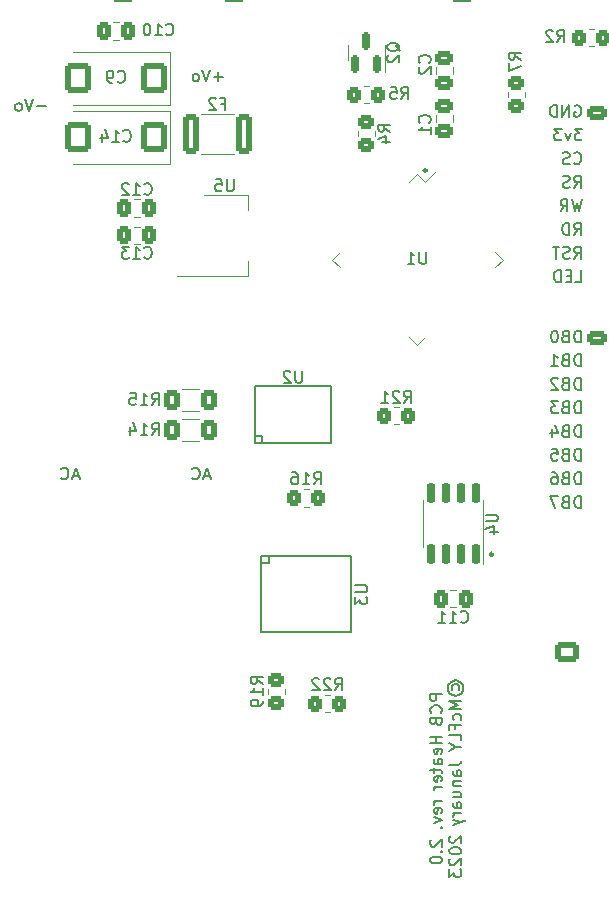
<source format=gbo>
G04 #@! TF.GenerationSoftware,KiCad,Pcbnew,(7.0.0)*
G04 #@! TF.CreationDate,2023-02-19T07:45:38+03:00*
G04 #@! TF.ProjectId,pcb-heater,7063622d-6865-4617-9465-722e6b696361,rev?*
G04 #@! TF.SameCoordinates,Original*
G04 #@! TF.FileFunction,Legend,Bot*
G04 #@! TF.FilePolarity,Positive*
%FSLAX46Y46*%
G04 Gerber Fmt 4.6, Leading zero omitted, Abs format (unit mm)*
G04 Created by KiCad (PCBNEW (7.0.0)) date 2023-02-19 07:45:38*
%MOMM*%
%LPD*%
G01*
G04 APERTURE LIST*
G04 Aperture macros list*
%AMRoundRect*
0 Rectangle with rounded corners*
0 $1 Rounding radius*
0 $2 $3 $4 $5 $6 $7 $8 $9 X,Y pos of 4 corners*
0 Add a 4 corners polygon primitive as box body*
4,1,4,$2,$3,$4,$5,$6,$7,$8,$9,$2,$3,0*
0 Add four circle primitives for the rounded corners*
1,1,$1+$1,$2,$3*
1,1,$1+$1,$4,$5*
1,1,$1+$1,$6,$7*
1,1,$1+$1,$8,$9*
0 Add four rect primitives between the rounded corners*
20,1,$1+$1,$2,$3,$4,$5,0*
20,1,$1+$1,$4,$5,$6,$7,0*
20,1,$1+$1,$6,$7,$8,$9,0*
20,1,$1+$1,$8,$9,$2,$3,0*%
G04 Aperture macros list end*
%ADD10C,0.260000*%
%ADD11C,0.150000*%
%ADD12C,0.120000*%
%ADD13R,2.600000X2.600000*%
%ADD14C,2.600000*%
%ADD15RoundRect,0.250000X0.750000X-0.600000X0.750000X0.600000X-0.750000X0.600000X-0.750000X-0.600000X0*%
%ADD16O,2.000000X1.700000*%
%ADD17C,1.600000*%
%ADD18C,0.800000*%
%ADD19C,6.400000*%
%ADD20C,2.300000*%
%ADD21R,1.700000X1.700000*%
%ADD22O,1.700000X1.700000*%
%ADD23C,2.200000*%
%ADD24RoundRect,0.250000X-0.625000X0.350000X-0.625000X-0.350000X0.625000X-0.350000X0.625000X0.350000X0*%
%ADD25O,1.750000X1.200000*%
%ADD26R,1.905000X2.000000*%
%ADD27O,1.905000X2.000000*%
%ADD28C,1.800000*%
%ADD29C,2.000000*%
%ADD30RoundRect,0.250000X0.350000X0.450000X-0.350000X0.450000X-0.350000X-0.450000X0.350000X-0.450000X0*%
%ADD31RoundRect,0.250000X0.400000X1.450000X-0.400000X1.450000X-0.400000X-1.450000X0.400000X-1.450000X0*%
%ADD32R,1.700000X1.500000*%
%ADD33RoundRect,0.250000X0.450000X-0.350000X0.450000X0.350000X-0.450000X0.350000X-0.450000X-0.350000X0*%
%ADD34RoundRect,0.250000X0.875000X1.025000X-0.875000X1.025000X-0.875000X-1.025000X0.875000X-1.025000X0*%
%ADD35RoundRect,0.150000X0.150000X-0.725000X0.150000X0.725000X-0.150000X0.725000X-0.150000X-0.725000X0*%
%ADD36RoundRect,0.250000X0.337500X0.475000X-0.337500X0.475000X-0.337500X-0.475000X0.337500X-0.475000X0*%
%ADD37RoundRect,0.250000X-0.350000X-0.450000X0.350000X-0.450000X0.350000X0.450000X-0.350000X0.450000X0*%
%ADD38RoundRect,0.250000X0.400000X0.625000X-0.400000X0.625000X-0.400000X-0.625000X0.400000X-0.625000X0*%
%ADD39RoundRect,0.250000X-0.475000X0.337500X-0.475000X-0.337500X0.475000X-0.337500X0.475000X0.337500X0*%
%ADD40RoundRect,0.150000X0.150000X-0.587500X0.150000X0.587500X-0.150000X0.587500X-0.150000X-0.587500X0*%
%ADD41RoundRect,0.075000X0.441942X0.548008X-0.548008X-0.441942X-0.441942X-0.548008X0.548008X0.441942X0*%
%ADD42RoundRect,0.075000X-0.441942X0.548008X-0.548008X0.441942X0.441942X-0.548008X0.548008X-0.441942X0*%
%ADD43RoundRect,0.250000X-0.337500X-0.475000X0.337500X-0.475000X0.337500X0.475000X-0.337500X0.475000X0*%
%ADD44R,2.000000X1.500000*%
%ADD45R,2.000000X3.800000*%
%ADD46R,1.500000X1.700000*%
%ADD47RoundRect,0.250000X0.475000X-0.337500X0.475000X0.337500X-0.475000X0.337500X-0.475000X-0.337500X0*%
G04 APERTURE END LIST*
D10*
X138230000Y-71700000D02*
G75*
G03*
X138230000Y-71700000I-130000J0D01*
G01*
X143830000Y-104200000D02*
G75*
G03*
X143830000Y-104200000I-130000J0D01*
G01*
D11*
X151261904Y-96267380D02*
X151261904Y-95267380D01*
X151261904Y-95267380D02*
X151023809Y-95267380D01*
X151023809Y-95267380D02*
X150880952Y-95315000D01*
X150880952Y-95315000D02*
X150785714Y-95410238D01*
X150785714Y-95410238D02*
X150738095Y-95505476D01*
X150738095Y-95505476D02*
X150690476Y-95695952D01*
X150690476Y-95695952D02*
X150690476Y-95838809D01*
X150690476Y-95838809D02*
X150738095Y-96029285D01*
X150738095Y-96029285D02*
X150785714Y-96124523D01*
X150785714Y-96124523D02*
X150880952Y-96219761D01*
X150880952Y-96219761D02*
X151023809Y-96267380D01*
X151023809Y-96267380D02*
X151261904Y-96267380D01*
X149928571Y-95743571D02*
X149785714Y-95791190D01*
X149785714Y-95791190D02*
X149738095Y-95838809D01*
X149738095Y-95838809D02*
X149690476Y-95934047D01*
X149690476Y-95934047D02*
X149690476Y-96076904D01*
X149690476Y-96076904D02*
X149738095Y-96172142D01*
X149738095Y-96172142D02*
X149785714Y-96219761D01*
X149785714Y-96219761D02*
X149880952Y-96267380D01*
X149880952Y-96267380D02*
X150261904Y-96267380D01*
X150261904Y-96267380D02*
X150261904Y-95267380D01*
X150261904Y-95267380D02*
X149928571Y-95267380D01*
X149928571Y-95267380D02*
X149833333Y-95315000D01*
X149833333Y-95315000D02*
X149785714Y-95362619D01*
X149785714Y-95362619D02*
X149738095Y-95457857D01*
X149738095Y-95457857D02*
X149738095Y-95553095D01*
X149738095Y-95553095D02*
X149785714Y-95648333D01*
X149785714Y-95648333D02*
X149833333Y-95695952D01*
X149833333Y-95695952D02*
X149928571Y-95743571D01*
X149928571Y-95743571D02*
X150261904Y-95743571D01*
X148785714Y-95267380D02*
X149261904Y-95267380D01*
X149261904Y-95267380D02*
X149309523Y-95743571D01*
X149309523Y-95743571D02*
X149261904Y-95695952D01*
X149261904Y-95695952D02*
X149166666Y-95648333D01*
X149166666Y-95648333D02*
X148928571Y-95648333D01*
X148928571Y-95648333D02*
X148833333Y-95695952D01*
X148833333Y-95695952D02*
X148785714Y-95743571D01*
X148785714Y-95743571D02*
X148738095Y-95838809D01*
X148738095Y-95838809D02*
X148738095Y-96076904D01*
X148738095Y-96076904D02*
X148785714Y-96172142D01*
X148785714Y-96172142D02*
X148833333Y-96219761D01*
X148833333Y-96219761D02*
X148928571Y-96267380D01*
X148928571Y-96267380D02*
X149166666Y-96267380D01*
X149166666Y-96267380D02*
X149261904Y-96219761D01*
X149261904Y-96219761D02*
X149309523Y-96172142D01*
X151261904Y-92267380D02*
X151261904Y-91267380D01*
X151261904Y-91267380D02*
X151023809Y-91267380D01*
X151023809Y-91267380D02*
X150880952Y-91315000D01*
X150880952Y-91315000D02*
X150785714Y-91410238D01*
X150785714Y-91410238D02*
X150738095Y-91505476D01*
X150738095Y-91505476D02*
X150690476Y-91695952D01*
X150690476Y-91695952D02*
X150690476Y-91838809D01*
X150690476Y-91838809D02*
X150738095Y-92029285D01*
X150738095Y-92029285D02*
X150785714Y-92124523D01*
X150785714Y-92124523D02*
X150880952Y-92219761D01*
X150880952Y-92219761D02*
X151023809Y-92267380D01*
X151023809Y-92267380D02*
X151261904Y-92267380D01*
X149928571Y-91743571D02*
X149785714Y-91791190D01*
X149785714Y-91791190D02*
X149738095Y-91838809D01*
X149738095Y-91838809D02*
X149690476Y-91934047D01*
X149690476Y-91934047D02*
X149690476Y-92076904D01*
X149690476Y-92076904D02*
X149738095Y-92172142D01*
X149738095Y-92172142D02*
X149785714Y-92219761D01*
X149785714Y-92219761D02*
X149880952Y-92267380D01*
X149880952Y-92267380D02*
X150261904Y-92267380D01*
X150261904Y-92267380D02*
X150261904Y-91267380D01*
X150261904Y-91267380D02*
X149928571Y-91267380D01*
X149928571Y-91267380D02*
X149833333Y-91315000D01*
X149833333Y-91315000D02*
X149785714Y-91362619D01*
X149785714Y-91362619D02*
X149738095Y-91457857D01*
X149738095Y-91457857D02*
X149738095Y-91553095D01*
X149738095Y-91553095D02*
X149785714Y-91648333D01*
X149785714Y-91648333D02*
X149833333Y-91695952D01*
X149833333Y-91695952D02*
X149928571Y-91743571D01*
X149928571Y-91743571D02*
X150261904Y-91743571D01*
X149357142Y-91267380D02*
X148738095Y-91267380D01*
X148738095Y-91267380D02*
X149071428Y-91648333D01*
X149071428Y-91648333D02*
X148928571Y-91648333D01*
X148928571Y-91648333D02*
X148833333Y-91695952D01*
X148833333Y-91695952D02*
X148785714Y-91743571D01*
X148785714Y-91743571D02*
X148738095Y-91838809D01*
X148738095Y-91838809D02*
X148738095Y-92076904D01*
X148738095Y-92076904D02*
X148785714Y-92172142D01*
X148785714Y-92172142D02*
X148833333Y-92219761D01*
X148833333Y-92219761D02*
X148928571Y-92267380D01*
X148928571Y-92267380D02*
X149214285Y-92267380D01*
X149214285Y-92267380D02*
X149309523Y-92219761D01*
X149309523Y-92219761D02*
X149357142Y-92172142D01*
X151261904Y-90267380D02*
X151261904Y-89267380D01*
X151261904Y-89267380D02*
X151023809Y-89267380D01*
X151023809Y-89267380D02*
X150880952Y-89315000D01*
X150880952Y-89315000D02*
X150785714Y-89410238D01*
X150785714Y-89410238D02*
X150738095Y-89505476D01*
X150738095Y-89505476D02*
X150690476Y-89695952D01*
X150690476Y-89695952D02*
X150690476Y-89838809D01*
X150690476Y-89838809D02*
X150738095Y-90029285D01*
X150738095Y-90029285D02*
X150785714Y-90124523D01*
X150785714Y-90124523D02*
X150880952Y-90219761D01*
X150880952Y-90219761D02*
X151023809Y-90267380D01*
X151023809Y-90267380D02*
X151261904Y-90267380D01*
X149928571Y-89743571D02*
X149785714Y-89791190D01*
X149785714Y-89791190D02*
X149738095Y-89838809D01*
X149738095Y-89838809D02*
X149690476Y-89934047D01*
X149690476Y-89934047D02*
X149690476Y-90076904D01*
X149690476Y-90076904D02*
X149738095Y-90172142D01*
X149738095Y-90172142D02*
X149785714Y-90219761D01*
X149785714Y-90219761D02*
X149880952Y-90267380D01*
X149880952Y-90267380D02*
X150261904Y-90267380D01*
X150261904Y-90267380D02*
X150261904Y-89267380D01*
X150261904Y-89267380D02*
X149928571Y-89267380D01*
X149928571Y-89267380D02*
X149833333Y-89315000D01*
X149833333Y-89315000D02*
X149785714Y-89362619D01*
X149785714Y-89362619D02*
X149738095Y-89457857D01*
X149738095Y-89457857D02*
X149738095Y-89553095D01*
X149738095Y-89553095D02*
X149785714Y-89648333D01*
X149785714Y-89648333D02*
X149833333Y-89695952D01*
X149833333Y-89695952D02*
X149928571Y-89743571D01*
X149928571Y-89743571D02*
X150261904Y-89743571D01*
X149309523Y-89362619D02*
X149261904Y-89315000D01*
X149261904Y-89315000D02*
X149166666Y-89267380D01*
X149166666Y-89267380D02*
X148928571Y-89267380D01*
X148928571Y-89267380D02*
X148833333Y-89315000D01*
X148833333Y-89315000D02*
X148785714Y-89362619D01*
X148785714Y-89362619D02*
X148738095Y-89457857D01*
X148738095Y-89457857D02*
X148738095Y-89553095D01*
X148738095Y-89553095D02*
X148785714Y-89695952D01*
X148785714Y-89695952D02*
X149357142Y-90267380D01*
X149357142Y-90267380D02*
X148738095Y-90267380D01*
X150785714Y-81167380D02*
X151261904Y-81167380D01*
X151261904Y-81167380D02*
X151261904Y-80167380D01*
X150452380Y-80643571D02*
X150119047Y-80643571D01*
X149976190Y-81167380D02*
X150452380Y-81167380D01*
X150452380Y-81167380D02*
X150452380Y-80167380D01*
X150452380Y-80167380D02*
X149976190Y-80167380D01*
X149547618Y-81167380D02*
X149547618Y-80167380D01*
X149547618Y-80167380D02*
X149309523Y-80167380D01*
X149309523Y-80167380D02*
X149166666Y-80215000D01*
X149166666Y-80215000D02*
X149071428Y-80310238D01*
X149071428Y-80310238D02*
X149023809Y-80405476D01*
X149023809Y-80405476D02*
X148976190Y-80595952D01*
X148976190Y-80595952D02*
X148976190Y-80738809D01*
X148976190Y-80738809D02*
X149023809Y-80929285D01*
X149023809Y-80929285D02*
X149071428Y-81024523D01*
X149071428Y-81024523D02*
X149166666Y-81119761D01*
X149166666Y-81119761D02*
X149309523Y-81167380D01*
X149309523Y-81167380D02*
X149547618Y-81167380D01*
X150690476Y-77167380D02*
X151023809Y-76691190D01*
X151261904Y-77167380D02*
X151261904Y-76167380D01*
X151261904Y-76167380D02*
X150880952Y-76167380D01*
X150880952Y-76167380D02*
X150785714Y-76215000D01*
X150785714Y-76215000D02*
X150738095Y-76262619D01*
X150738095Y-76262619D02*
X150690476Y-76357857D01*
X150690476Y-76357857D02*
X150690476Y-76500714D01*
X150690476Y-76500714D02*
X150738095Y-76595952D01*
X150738095Y-76595952D02*
X150785714Y-76643571D01*
X150785714Y-76643571D02*
X150880952Y-76691190D01*
X150880952Y-76691190D02*
X151261904Y-76691190D01*
X150261904Y-77167380D02*
X150261904Y-76167380D01*
X150261904Y-76167380D02*
X150023809Y-76167380D01*
X150023809Y-76167380D02*
X149880952Y-76215000D01*
X149880952Y-76215000D02*
X149785714Y-76310238D01*
X149785714Y-76310238D02*
X149738095Y-76405476D01*
X149738095Y-76405476D02*
X149690476Y-76595952D01*
X149690476Y-76595952D02*
X149690476Y-76738809D01*
X149690476Y-76738809D02*
X149738095Y-76929285D01*
X149738095Y-76929285D02*
X149785714Y-77024523D01*
X149785714Y-77024523D02*
X149880952Y-77119761D01*
X149880952Y-77119761D02*
X150023809Y-77167380D01*
X150023809Y-77167380D02*
X150261904Y-77167380D01*
X151357142Y-68167380D02*
X150738095Y-68167380D01*
X150738095Y-68167380D02*
X151071428Y-68548333D01*
X151071428Y-68548333D02*
X150928571Y-68548333D01*
X150928571Y-68548333D02*
X150833333Y-68595952D01*
X150833333Y-68595952D02*
X150785714Y-68643571D01*
X150785714Y-68643571D02*
X150738095Y-68738809D01*
X150738095Y-68738809D02*
X150738095Y-68976904D01*
X150738095Y-68976904D02*
X150785714Y-69072142D01*
X150785714Y-69072142D02*
X150833333Y-69119761D01*
X150833333Y-69119761D02*
X150928571Y-69167380D01*
X150928571Y-69167380D02*
X151214285Y-69167380D01*
X151214285Y-69167380D02*
X151309523Y-69119761D01*
X151309523Y-69119761D02*
X151357142Y-69072142D01*
X150404761Y-68500714D02*
X150166666Y-69167380D01*
X150166666Y-69167380D02*
X149928571Y-68500714D01*
X149642856Y-68167380D02*
X149023809Y-68167380D01*
X149023809Y-68167380D02*
X149357142Y-68548333D01*
X149357142Y-68548333D02*
X149214285Y-68548333D01*
X149214285Y-68548333D02*
X149119047Y-68595952D01*
X149119047Y-68595952D02*
X149071428Y-68643571D01*
X149071428Y-68643571D02*
X149023809Y-68738809D01*
X149023809Y-68738809D02*
X149023809Y-68976904D01*
X149023809Y-68976904D02*
X149071428Y-69072142D01*
X149071428Y-69072142D02*
X149119047Y-69119761D01*
X149119047Y-69119761D02*
X149214285Y-69167380D01*
X149214285Y-69167380D02*
X149499999Y-69167380D01*
X149499999Y-69167380D02*
X149595237Y-69119761D01*
X149595237Y-69119761D02*
X149642856Y-69072142D01*
X150690476Y-71072142D02*
X150738095Y-71119761D01*
X150738095Y-71119761D02*
X150880952Y-71167380D01*
X150880952Y-71167380D02*
X150976190Y-71167380D01*
X150976190Y-71167380D02*
X151119047Y-71119761D01*
X151119047Y-71119761D02*
X151214285Y-71024523D01*
X151214285Y-71024523D02*
X151261904Y-70929285D01*
X151261904Y-70929285D02*
X151309523Y-70738809D01*
X151309523Y-70738809D02*
X151309523Y-70595952D01*
X151309523Y-70595952D02*
X151261904Y-70405476D01*
X151261904Y-70405476D02*
X151214285Y-70310238D01*
X151214285Y-70310238D02*
X151119047Y-70215000D01*
X151119047Y-70215000D02*
X150976190Y-70167380D01*
X150976190Y-70167380D02*
X150880952Y-70167380D01*
X150880952Y-70167380D02*
X150738095Y-70215000D01*
X150738095Y-70215000D02*
X150690476Y-70262619D01*
X150309523Y-71119761D02*
X150166666Y-71167380D01*
X150166666Y-71167380D02*
X149928571Y-71167380D01*
X149928571Y-71167380D02*
X149833333Y-71119761D01*
X149833333Y-71119761D02*
X149785714Y-71072142D01*
X149785714Y-71072142D02*
X149738095Y-70976904D01*
X149738095Y-70976904D02*
X149738095Y-70881666D01*
X149738095Y-70881666D02*
X149785714Y-70786428D01*
X149785714Y-70786428D02*
X149833333Y-70738809D01*
X149833333Y-70738809D02*
X149928571Y-70691190D01*
X149928571Y-70691190D02*
X150119047Y-70643571D01*
X150119047Y-70643571D02*
X150214285Y-70595952D01*
X150214285Y-70595952D02*
X150261904Y-70548333D01*
X150261904Y-70548333D02*
X150309523Y-70453095D01*
X150309523Y-70453095D02*
X150309523Y-70357857D01*
X150309523Y-70357857D02*
X150261904Y-70262619D01*
X150261904Y-70262619D02*
X150214285Y-70215000D01*
X150214285Y-70215000D02*
X150119047Y-70167380D01*
X150119047Y-70167380D02*
X149880952Y-70167380D01*
X149880952Y-70167380D02*
X149738095Y-70215000D01*
X150738095Y-66215000D02*
X150833333Y-66167380D01*
X150833333Y-66167380D02*
X150976190Y-66167380D01*
X150976190Y-66167380D02*
X151119047Y-66215000D01*
X151119047Y-66215000D02*
X151214285Y-66310238D01*
X151214285Y-66310238D02*
X151261904Y-66405476D01*
X151261904Y-66405476D02*
X151309523Y-66595952D01*
X151309523Y-66595952D02*
X151309523Y-66738809D01*
X151309523Y-66738809D02*
X151261904Y-66929285D01*
X151261904Y-66929285D02*
X151214285Y-67024523D01*
X151214285Y-67024523D02*
X151119047Y-67119761D01*
X151119047Y-67119761D02*
X150976190Y-67167380D01*
X150976190Y-67167380D02*
X150880952Y-67167380D01*
X150880952Y-67167380D02*
X150738095Y-67119761D01*
X150738095Y-67119761D02*
X150690476Y-67072142D01*
X150690476Y-67072142D02*
X150690476Y-66738809D01*
X150690476Y-66738809D02*
X150880952Y-66738809D01*
X150261904Y-67167380D02*
X150261904Y-66167380D01*
X150261904Y-66167380D02*
X149690476Y-67167380D01*
X149690476Y-67167380D02*
X149690476Y-66167380D01*
X149214285Y-67167380D02*
X149214285Y-66167380D01*
X149214285Y-66167380D02*
X148976190Y-66167380D01*
X148976190Y-66167380D02*
X148833333Y-66215000D01*
X148833333Y-66215000D02*
X148738095Y-66310238D01*
X148738095Y-66310238D02*
X148690476Y-66405476D01*
X148690476Y-66405476D02*
X148642857Y-66595952D01*
X148642857Y-66595952D02*
X148642857Y-66738809D01*
X148642857Y-66738809D02*
X148690476Y-66929285D01*
X148690476Y-66929285D02*
X148738095Y-67024523D01*
X148738095Y-67024523D02*
X148833333Y-67119761D01*
X148833333Y-67119761D02*
X148976190Y-67167380D01*
X148976190Y-67167380D02*
X149214285Y-67167380D01*
X151357142Y-74167380D02*
X151119047Y-75167380D01*
X151119047Y-75167380D02*
X150928571Y-74453095D01*
X150928571Y-74453095D02*
X150738095Y-75167380D01*
X150738095Y-75167380D02*
X150500000Y-74167380D01*
X149547619Y-75167380D02*
X149880952Y-74691190D01*
X150119047Y-75167380D02*
X150119047Y-74167380D01*
X150119047Y-74167380D02*
X149738095Y-74167380D01*
X149738095Y-74167380D02*
X149642857Y-74215000D01*
X149642857Y-74215000D02*
X149595238Y-74262619D01*
X149595238Y-74262619D02*
X149547619Y-74357857D01*
X149547619Y-74357857D02*
X149547619Y-74500714D01*
X149547619Y-74500714D02*
X149595238Y-74595952D01*
X149595238Y-74595952D02*
X149642857Y-74643571D01*
X149642857Y-74643571D02*
X149738095Y-74691190D01*
X149738095Y-74691190D02*
X150119047Y-74691190D01*
X150690476Y-79167380D02*
X151023809Y-78691190D01*
X151261904Y-79167380D02*
X151261904Y-78167380D01*
X151261904Y-78167380D02*
X150880952Y-78167380D01*
X150880952Y-78167380D02*
X150785714Y-78215000D01*
X150785714Y-78215000D02*
X150738095Y-78262619D01*
X150738095Y-78262619D02*
X150690476Y-78357857D01*
X150690476Y-78357857D02*
X150690476Y-78500714D01*
X150690476Y-78500714D02*
X150738095Y-78595952D01*
X150738095Y-78595952D02*
X150785714Y-78643571D01*
X150785714Y-78643571D02*
X150880952Y-78691190D01*
X150880952Y-78691190D02*
X151261904Y-78691190D01*
X150309523Y-79119761D02*
X150166666Y-79167380D01*
X150166666Y-79167380D02*
X149928571Y-79167380D01*
X149928571Y-79167380D02*
X149833333Y-79119761D01*
X149833333Y-79119761D02*
X149785714Y-79072142D01*
X149785714Y-79072142D02*
X149738095Y-78976904D01*
X149738095Y-78976904D02*
X149738095Y-78881666D01*
X149738095Y-78881666D02*
X149785714Y-78786428D01*
X149785714Y-78786428D02*
X149833333Y-78738809D01*
X149833333Y-78738809D02*
X149928571Y-78691190D01*
X149928571Y-78691190D02*
X150119047Y-78643571D01*
X150119047Y-78643571D02*
X150214285Y-78595952D01*
X150214285Y-78595952D02*
X150261904Y-78548333D01*
X150261904Y-78548333D02*
X150309523Y-78453095D01*
X150309523Y-78453095D02*
X150309523Y-78357857D01*
X150309523Y-78357857D02*
X150261904Y-78262619D01*
X150261904Y-78262619D02*
X150214285Y-78215000D01*
X150214285Y-78215000D02*
X150119047Y-78167380D01*
X150119047Y-78167380D02*
X149880952Y-78167380D01*
X149880952Y-78167380D02*
X149738095Y-78215000D01*
X149452380Y-78167380D02*
X148880952Y-78167380D01*
X149166666Y-79167380D02*
X149166666Y-78167380D01*
X151261904Y-88267380D02*
X151261904Y-87267380D01*
X151261904Y-87267380D02*
X151023809Y-87267380D01*
X151023809Y-87267380D02*
X150880952Y-87315000D01*
X150880952Y-87315000D02*
X150785714Y-87410238D01*
X150785714Y-87410238D02*
X150738095Y-87505476D01*
X150738095Y-87505476D02*
X150690476Y-87695952D01*
X150690476Y-87695952D02*
X150690476Y-87838809D01*
X150690476Y-87838809D02*
X150738095Y-88029285D01*
X150738095Y-88029285D02*
X150785714Y-88124523D01*
X150785714Y-88124523D02*
X150880952Y-88219761D01*
X150880952Y-88219761D02*
X151023809Y-88267380D01*
X151023809Y-88267380D02*
X151261904Y-88267380D01*
X149928571Y-87743571D02*
X149785714Y-87791190D01*
X149785714Y-87791190D02*
X149738095Y-87838809D01*
X149738095Y-87838809D02*
X149690476Y-87934047D01*
X149690476Y-87934047D02*
X149690476Y-88076904D01*
X149690476Y-88076904D02*
X149738095Y-88172142D01*
X149738095Y-88172142D02*
X149785714Y-88219761D01*
X149785714Y-88219761D02*
X149880952Y-88267380D01*
X149880952Y-88267380D02*
X150261904Y-88267380D01*
X150261904Y-88267380D02*
X150261904Y-87267380D01*
X150261904Y-87267380D02*
X149928571Y-87267380D01*
X149928571Y-87267380D02*
X149833333Y-87315000D01*
X149833333Y-87315000D02*
X149785714Y-87362619D01*
X149785714Y-87362619D02*
X149738095Y-87457857D01*
X149738095Y-87457857D02*
X149738095Y-87553095D01*
X149738095Y-87553095D02*
X149785714Y-87648333D01*
X149785714Y-87648333D02*
X149833333Y-87695952D01*
X149833333Y-87695952D02*
X149928571Y-87743571D01*
X149928571Y-87743571D02*
X150261904Y-87743571D01*
X148738095Y-88267380D02*
X149309523Y-88267380D01*
X149023809Y-88267380D02*
X149023809Y-87267380D01*
X149023809Y-87267380D02*
X149119047Y-87410238D01*
X149119047Y-87410238D02*
X149214285Y-87505476D01*
X149214285Y-87505476D02*
X149309523Y-87553095D01*
X139511380Y-116051904D02*
X138511380Y-116051904D01*
X138511380Y-116051904D02*
X138511380Y-116432856D01*
X138511380Y-116432856D02*
X138559000Y-116528094D01*
X138559000Y-116528094D02*
X138606619Y-116575713D01*
X138606619Y-116575713D02*
X138701857Y-116623332D01*
X138701857Y-116623332D02*
X138844714Y-116623332D01*
X138844714Y-116623332D02*
X138939952Y-116575713D01*
X138939952Y-116575713D02*
X138987571Y-116528094D01*
X138987571Y-116528094D02*
X139035190Y-116432856D01*
X139035190Y-116432856D02*
X139035190Y-116051904D01*
X139416142Y-117623332D02*
X139463761Y-117575713D01*
X139463761Y-117575713D02*
X139511380Y-117432856D01*
X139511380Y-117432856D02*
X139511380Y-117337618D01*
X139511380Y-117337618D02*
X139463761Y-117194761D01*
X139463761Y-117194761D02*
X139368523Y-117099523D01*
X139368523Y-117099523D02*
X139273285Y-117051904D01*
X139273285Y-117051904D02*
X139082809Y-117004285D01*
X139082809Y-117004285D02*
X138939952Y-117004285D01*
X138939952Y-117004285D02*
X138749476Y-117051904D01*
X138749476Y-117051904D02*
X138654238Y-117099523D01*
X138654238Y-117099523D02*
X138559000Y-117194761D01*
X138559000Y-117194761D02*
X138511380Y-117337618D01*
X138511380Y-117337618D02*
X138511380Y-117432856D01*
X138511380Y-117432856D02*
X138559000Y-117575713D01*
X138559000Y-117575713D02*
X138606619Y-117623332D01*
X138987571Y-118385237D02*
X139035190Y-118528094D01*
X139035190Y-118528094D02*
X139082809Y-118575713D01*
X139082809Y-118575713D02*
X139178047Y-118623332D01*
X139178047Y-118623332D02*
X139320904Y-118623332D01*
X139320904Y-118623332D02*
X139416142Y-118575713D01*
X139416142Y-118575713D02*
X139463761Y-118528094D01*
X139463761Y-118528094D02*
X139511380Y-118432856D01*
X139511380Y-118432856D02*
X139511380Y-118051904D01*
X139511380Y-118051904D02*
X138511380Y-118051904D01*
X138511380Y-118051904D02*
X138511380Y-118385237D01*
X138511380Y-118385237D02*
X138559000Y-118480475D01*
X138559000Y-118480475D02*
X138606619Y-118528094D01*
X138606619Y-118528094D02*
X138701857Y-118575713D01*
X138701857Y-118575713D02*
X138797095Y-118575713D01*
X138797095Y-118575713D02*
X138892333Y-118528094D01*
X138892333Y-118528094D02*
X138939952Y-118480475D01*
X138939952Y-118480475D02*
X138987571Y-118385237D01*
X138987571Y-118385237D02*
X138987571Y-118051904D01*
X139511380Y-119651904D02*
X138511380Y-119651904D01*
X138987571Y-119651904D02*
X138987571Y-120223332D01*
X139511380Y-120223332D02*
X138511380Y-120223332D01*
X139463761Y-121080475D02*
X139511380Y-120985237D01*
X139511380Y-120985237D02*
X139511380Y-120794761D01*
X139511380Y-120794761D02*
X139463761Y-120699523D01*
X139463761Y-120699523D02*
X139368523Y-120651904D01*
X139368523Y-120651904D02*
X138987571Y-120651904D01*
X138987571Y-120651904D02*
X138892333Y-120699523D01*
X138892333Y-120699523D02*
X138844714Y-120794761D01*
X138844714Y-120794761D02*
X138844714Y-120985237D01*
X138844714Y-120985237D02*
X138892333Y-121080475D01*
X138892333Y-121080475D02*
X138987571Y-121128094D01*
X138987571Y-121128094D02*
X139082809Y-121128094D01*
X139082809Y-121128094D02*
X139178047Y-120651904D01*
X139511380Y-121985237D02*
X138987571Y-121985237D01*
X138987571Y-121985237D02*
X138892333Y-121937618D01*
X138892333Y-121937618D02*
X138844714Y-121842380D01*
X138844714Y-121842380D02*
X138844714Y-121651904D01*
X138844714Y-121651904D02*
X138892333Y-121556666D01*
X139463761Y-121985237D02*
X139511380Y-121889999D01*
X139511380Y-121889999D02*
X139511380Y-121651904D01*
X139511380Y-121651904D02*
X139463761Y-121556666D01*
X139463761Y-121556666D02*
X139368523Y-121509047D01*
X139368523Y-121509047D02*
X139273285Y-121509047D01*
X139273285Y-121509047D02*
X139178047Y-121556666D01*
X139178047Y-121556666D02*
X139130428Y-121651904D01*
X139130428Y-121651904D02*
X139130428Y-121889999D01*
X139130428Y-121889999D02*
X139082809Y-121985237D01*
X138844714Y-122318571D02*
X138844714Y-122699523D01*
X138511380Y-122461428D02*
X139368523Y-122461428D01*
X139368523Y-122461428D02*
X139463761Y-122509047D01*
X139463761Y-122509047D02*
X139511380Y-122604285D01*
X139511380Y-122604285D02*
X139511380Y-122699523D01*
X139463761Y-123413809D02*
X139511380Y-123318571D01*
X139511380Y-123318571D02*
X139511380Y-123128095D01*
X139511380Y-123128095D02*
X139463761Y-123032857D01*
X139463761Y-123032857D02*
X139368523Y-122985238D01*
X139368523Y-122985238D02*
X138987571Y-122985238D01*
X138987571Y-122985238D02*
X138892333Y-123032857D01*
X138892333Y-123032857D02*
X138844714Y-123128095D01*
X138844714Y-123128095D02*
X138844714Y-123318571D01*
X138844714Y-123318571D02*
X138892333Y-123413809D01*
X138892333Y-123413809D02*
X138987571Y-123461428D01*
X138987571Y-123461428D02*
X139082809Y-123461428D01*
X139082809Y-123461428D02*
X139178047Y-122985238D01*
X139511380Y-123890000D02*
X138844714Y-123890000D01*
X139035190Y-123890000D02*
X138939952Y-123937619D01*
X138939952Y-123937619D02*
X138892333Y-123985238D01*
X138892333Y-123985238D02*
X138844714Y-124080476D01*
X138844714Y-124080476D02*
X138844714Y-124175714D01*
X139511380Y-125109048D02*
X138844714Y-125109048D01*
X139035190Y-125109048D02*
X138939952Y-125156667D01*
X138939952Y-125156667D02*
X138892333Y-125204286D01*
X138892333Y-125204286D02*
X138844714Y-125299524D01*
X138844714Y-125299524D02*
X138844714Y-125394762D01*
X139463761Y-126109048D02*
X139511380Y-126013810D01*
X139511380Y-126013810D02*
X139511380Y-125823334D01*
X139511380Y-125823334D02*
X139463761Y-125728096D01*
X139463761Y-125728096D02*
X139368523Y-125680477D01*
X139368523Y-125680477D02*
X138987571Y-125680477D01*
X138987571Y-125680477D02*
X138892333Y-125728096D01*
X138892333Y-125728096D02*
X138844714Y-125823334D01*
X138844714Y-125823334D02*
X138844714Y-126013810D01*
X138844714Y-126013810D02*
X138892333Y-126109048D01*
X138892333Y-126109048D02*
X138987571Y-126156667D01*
X138987571Y-126156667D02*
X139082809Y-126156667D01*
X139082809Y-126156667D02*
X139178047Y-125680477D01*
X138844714Y-126490001D02*
X139511380Y-126728096D01*
X139511380Y-126728096D02*
X138844714Y-126966191D01*
X139416142Y-127347144D02*
X139463761Y-127394763D01*
X139463761Y-127394763D02*
X139511380Y-127347144D01*
X139511380Y-127347144D02*
X139463761Y-127299525D01*
X139463761Y-127299525D02*
X139416142Y-127347144D01*
X139416142Y-127347144D02*
X139511380Y-127347144D01*
X138606619Y-128375715D02*
X138559000Y-128423334D01*
X138559000Y-128423334D02*
X138511380Y-128518572D01*
X138511380Y-128518572D02*
X138511380Y-128756667D01*
X138511380Y-128756667D02*
X138559000Y-128851905D01*
X138559000Y-128851905D02*
X138606619Y-128899524D01*
X138606619Y-128899524D02*
X138701857Y-128947143D01*
X138701857Y-128947143D02*
X138797095Y-128947143D01*
X138797095Y-128947143D02*
X138939952Y-128899524D01*
X138939952Y-128899524D02*
X139511380Y-128328096D01*
X139511380Y-128328096D02*
X139511380Y-128947143D01*
X139416142Y-129375715D02*
X139463761Y-129423334D01*
X139463761Y-129423334D02*
X139511380Y-129375715D01*
X139511380Y-129375715D02*
X139463761Y-129328096D01*
X139463761Y-129328096D02*
X139416142Y-129375715D01*
X139416142Y-129375715D02*
X139511380Y-129375715D01*
X138511380Y-130042381D02*
X138511380Y-130137619D01*
X138511380Y-130137619D02*
X138559000Y-130232857D01*
X138559000Y-130232857D02*
X138606619Y-130280476D01*
X138606619Y-130280476D02*
X138701857Y-130328095D01*
X138701857Y-130328095D02*
X138892333Y-130375714D01*
X138892333Y-130375714D02*
X139130428Y-130375714D01*
X139130428Y-130375714D02*
X139320904Y-130328095D01*
X139320904Y-130328095D02*
X139416142Y-130280476D01*
X139416142Y-130280476D02*
X139463761Y-130232857D01*
X139463761Y-130232857D02*
X139511380Y-130137619D01*
X139511380Y-130137619D02*
X139511380Y-130042381D01*
X139511380Y-130042381D02*
X139463761Y-129947143D01*
X139463761Y-129947143D02*
X139416142Y-129899524D01*
X139416142Y-129899524D02*
X139320904Y-129851905D01*
X139320904Y-129851905D02*
X139130428Y-129804286D01*
X139130428Y-129804286D02*
X138892333Y-129804286D01*
X138892333Y-129804286D02*
X138701857Y-129851905D01*
X138701857Y-129851905D02*
X138606619Y-129899524D01*
X138606619Y-129899524D02*
X138559000Y-129947143D01*
X138559000Y-129947143D02*
X138511380Y-130042381D01*
X140369476Y-115732856D02*
X140321857Y-115637617D01*
X140321857Y-115637617D02*
X140321857Y-115447141D01*
X140321857Y-115447141D02*
X140369476Y-115351903D01*
X140369476Y-115351903D02*
X140464714Y-115256665D01*
X140464714Y-115256665D02*
X140559952Y-115209046D01*
X140559952Y-115209046D02*
X140750428Y-115209046D01*
X140750428Y-115209046D02*
X140845666Y-115256665D01*
X140845666Y-115256665D02*
X140940904Y-115351903D01*
X140940904Y-115351903D02*
X140988523Y-115447141D01*
X140988523Y-115447141D02*
X140988523Y-115637617D01*
X140988523Y-115637617D02*
X140940904Y-115732856D01*
X139988523Y-115542379D02*
X140036142Y-115304284D01*
X140036142Y-115304284D02*
X140179000Y-115066189D01*
X140179000Y-115066189D02*
X140417095Y-114923332D01*
X140417095Y-114923332D02*
X140655190Y-114875713D01*
X140655190Y-114875713D02*
X140893285Y-114923332D01*
X140893285Y-114923332D02*
X141131380Y-115066189D01*
X141131380Y-115066189D02*
X141274238Y-115304284D01*
X141274238Y-115304284D02*
X141321857Y-115542379D01*
X141321857Y-115542379D02*
X141274238Y-115780475D01*
X141274238Y-115780475D02*
X141131380Y-116018570D01*
X141131380Y-116018570D02*
X140893285Y-116161427D01*
X140893285Y-116161427D02*
X140655190Y-116209046D01*
X140655190Y-116209046D02*
X140417095Y-116161427D01*
X140417095Y-116161427D02*
X140179000Y-116018570D01*
X140179000Y-116018570D02*
X140036142Y-115780475D01*
X140036142Y-115780475D02*
X139988523Y-115542379D01*
X141131380Y-116637618D02*
X140131380Y-116637618D01*
X140131380Y-116637618D02*
X140845666Y-116970951D01*
X140845666Y-116970951D02*
X140131380Y-117304284D01*
X140131380Y-117304284D02*
X141131380Y-117304284D01*
X141083761Y-118209046D02*
X141131380Y-118113808D01*
X141131380Y-118113808D02*
X141131380Y-117923332D01*
X141131380Y-117923332D02*
X141083761Y-117828094D01*
X141083761Y-117828094D02*
X141036142Y-117780475D01*
X141036142Y-117780475D02*
X140940904Y-117732856D01*
X140940904Y-117732856D02*
X140655190Y-117732856D01*
X140655190Y-117732856D02*
X140559952Y-117780475D01*
X140559952Y-117780475D02*
X140512333Y-117828094D01*
X140512333Y-117828094D02*
X140464714Y-117923332D01*
X140464714Y-117923332D02*
X140464714Y-118113808D01*
X140464714Y-118113808D02*
X140512333Y-118209046D01*
X140607571Y-118970951D02*
X140607571Y-118637618D01*
X141131380Y-118637618D02*
X140131380Y-118637618D01*
X140131380Y-118637618D02*
X140131380Y-119113808D01*
X141131380Y-119970951D02*
X141131380Y-119494761D01*
X141131380Y-119494761D02*
X140131380Y-119494761D01*
X140655190Y-120494761D02*
X141131380Y-120494761D01*
X140131380Y-120161428D02*
X140655190Y-120494761D01*
X140655190Y-120494761D02*
X140131380Y-120828094D01*
X140131380Y-122047142D02*
X140845666Y-122047142D01*
X140845666Y-122047142D02*
X140988523Y-121999523D01*
X140988523Y-121999523D02*
X141083761Y-121904285D01*
X141083761Y-121904285D02*
X141131380Y-121761428D01*
X141131380Y-121761428D02*
X141131380Y-121666190D01*
X141131380Y-122951904D02*
X140607571Y-122951904D01*
X140607571Y-122951904D02*
X140512333Y-122904285D01*
X140512333Y-122904285D02*
X140464714Y-122809047D01*
X140464714Y-122809047D02*
X140464714Y-122618571D01*
X140464714Y-122618571D02*
X140512333Y-122523333D01*
X141083761Y-122951904D02*
X141131380Y-122856666D01*
X141131380Y-122856666D02*
X141131380Y-122618571D01*
X141131380Y-122618571D02*
X141083761Y-122523333D01*
X141083761Y-122523333D02*
X140988523Y-122475714D01*
X140988523Y-122475714D02*
X140893285Y-122475714D01*
X140893285Y-122475714D02*
X140798047Y-122523333D01*
X140798047Y-122523333D02*
X140750428Y-122618571D01*
X140750428Y-122618571D02*
X140750428Y-122856666D01*
X140750428Y-122856666D02*
X140702809Y-122951904D01*
X140464714Y-123428095D02*
X141131380Y-123428095D01*
X140559952Y-123428095D02*
X140512333Y-123475714D01*
X140512333Y-123475714D02*
X140464714Y-123570952D01*
X140464714Y-123570952D02*
X140464714Y-123713809D01*
X140464714Y-123713809D02*
X140512333Y-123809047D01*
X140512333Y-123809047D02*
X140607571Y-123856666D01*
X140607571Y-123856666D02*
X141131380Y-123856666D01*
X140464714Y-124761428D02*
X141131380Y-124761428D01*
X140464714Y-124332857D02*
X140988523Y-124332857D01*
X140988523Y-124332857D02*
X141083761Y-124380476D01*
X141083761Y-124380476D02*
X141131380Y-124475714D01*
X141131380Y-124475714D02*
X141131380Y-124618571D01*
X141131380Y-124618571D02*
X141083761Y-124713809D01*
X141083761Y-124713809D02*
X141036142Y-124761428D01*
X141131380Y-125666190D02*
X140607571Y-125666190D01*
X140607571Y-125666190D02*
X140512333Y-125618571D01*
X140512333Y-125618571D02*
X140464714Y-125523333D01*
X140464714Y-125523333D02*
X140464714Y-125332857D01*
X140464714Y-125332857D02*
X140512333Y-125237619D01*
X141083761Y-125666190D02*
X141131380Y-125570952D01*
X141131380Y-125570952D02*
X141131380Y-125332857D01*
X141131380Y-125332857D02*
X141083761Y-125237619D01*
X141083761Y-125237619D02*
X140988523Y-125190000D01*
X140988523Y-125190000D02*
X140893285Y-125190000D01*
X140893285Y-125190000D02*
X140798047Y-125237619D01*
X140798047Y-125237619D02*
X140750428Y-125332857D01*
X140750428Y-125332857D02*
X140750428Y-125570952D01*
X140750428Y-125570952D02*
X140702809Y-125666190D01*
X141131380Y-126142381D02*
X140464714Y-126142381D01*
X140655190Y-126142381D02*
X140559952Y-126190000D01*
X140559952Y-126190000D02*
X140512333Y-126237619D01*
X140512333Y-126237619D02*
X140464714Y-126332857D01*
X140464714Y-126332857D02*
X140464714Y-126428095D01*
X140464714Y-126666191D02*
X141131380Y-126904286D01*
X140464714Y-127142381D02*
X141131380Y-126904286D01*
X141131380Y-126904286D02*
X141369476Y-126809048D01*
X141369476Y-126809048D02*
X141417095Y-126761429D01*
X141417095Y-126761429D02*
X141464714Y-126666191D01*
X140226619Y-128075715D02*
X140179000Y-128123334D01*
X140179000Y-128123334D02*
X140131380Y-128218572D01*
X140131380Y-128218572D02*
X140131380Y-128456667D01*
X140131380Y-128456667D02*
X140179000Y-128551905D01*
X140179000Y-128551905D02*
X140226619Y-128599524D01*
X140226619Y-128599524D02*
X140321857Y-128647143D01*
X140321857Y-128647143D02*
X140417095Y-128647143D01*
X140417095Y-128647143D02*
X140559952Y-128599524D01*
X140559952Y-128599524D02*
X141131380Y-128028096D01*
X141131380Y-128028096D02*
X141131380Y-128647143D01*
X140131380Y-129266191D02*
X140131380Y-129361429D01*
X140131380Y-129361429D02*
X140179000Y-129456667D01*
X140179000Y-129456667D02*
X140226619Y-129504286D01*
X140226619Y-129504286D02*
X140321857Y-129551905D01*
X140321857Y-129551905D02*
X140512333Y-129599524D01*
X140512333Y-129599524D02*
X140750428Y-129599524D01*
X140750428Y-129599524D02*
X140940904Y-129551905D01*
X140940904Y-129551905D02*
X141036142Y-129504286D01*
X141036142Y-129504286D02*
X141083761Y-129456667D01*
X141083761Y-129456667D02*
X141131380Y-129361429D01*
X141131380Y-129361429D02*
X141131380Y-129266191D01*
X141131380Y-129266191D02*
X141083761Y-129170953D01*
X141083761Y-129170953D02*
X141036142Y-129123334D01*
X141036142Y-129123334D02*
X140940904Y-129075715D01*
X140940904Y-129075715D02*
X140750428Y-129028096D01*
X140750428Y-129028096D02*
X140512333Y-129028096D01*
X140512333Y-129028096D02*
X140321857Y-129075715D01*
X140321857Y-129075715D02*
X140226619Y-129123334D01*
X140226619Y-129123334D02*
X140179000Y-129170953D01*
X140179000Y-129170953D02*
X140131380Y-129266191D01*
X140226619Y-129980477D02*
X140179000Y-130028096D01*
X140179000Y-130028096D02*
X140131380Y-130123334D01*
X140131380Y-130123334D02*
X140131380Y-130361429D01*
X140131380Y-130361429D02*
X140179000Y-130456667D01*
X140179000Y-130456667D02*
X140226619Y-130504286D01*
X140226619Y-130504286D02*
X140321857Y-130551905D01*
X140321857Y-130551905D02*
X140417095Y-130551905D01*
X140417095Y-130551905D02*
X140559952Y-130504286D01*
X140559952Y-130504286D02*
X141131380Y-129932858D01*
X141131380Y-129932858D02*
X141131380Y-130551905D01*
X140131380Y-130885239D02*
X140131380Y-131504286D01*
X140131380Y-131504286D02*
X140512333Y-131170953D01*
X140512333Y-131170953D02*
X140512333Y-131313810D01*
X140512333Y-131313810D02*
X140559952Y-131409048D01*
X140559952Y-131409048D02*
X140607571Y-131456667D01*
X140607571Y-131456667D02*
X140702809Y-131504286D01*
X140702809Y-131504286D02*
X140940904Y-131504286D01*
X140940904Y-131504286D02*
X141036142Y-131456667D01*
X141036142Y-131456667D02*
X141083761Y-131409048D01*
X141083761Y-131409048D02*
X141131380Y-131313810D01*
X141131380Y-131313810D02*
X141131380Y-131028096D01*
X141131380Y-131028096D02*
X141083761Y-130932858D01*
X141083761Y-130932858D02*
X141036142Y-130885239D01*
X150690476Y-73167380D02*
X151023809Y-72691190D01*
X151261904Y-73167380D02*
X151261904Y-72167380D01*
X151261904Y-72167380D02*
X150880952Y-72167380D01*
X150880952Y-72167380D02*
X150785714Y-72215000D01*
X150785714Y-72215000D02*
X150738095Y-72262619D01*
X150738095Y-72262619D02*
X150690476Y-72357857D01*
X150690476Y-72357857D02*
X150690476Y-72500714D01*
X150690476Y-72500714D02*
X150738095Y-72595952D01*
X150738095Y-72595952D02*
X150785714Y-72643571D01*
X150785714Y-72643571D02*
X150880952Y-72691190D01*
X150880952Y-72691190D02*
X151261904Y-72691190D01*
X150309523Y-73119761D02*
X150166666Y-73167380D01*
X150166666Y-73167380D02*
X149928571Y-73167380D01*
X149928571Y-73167380D02*
X149833333Y-73119761D01*
X149833333Y-73119761D02*
X149785714Y-73072142D01*
X149785714Y-73072142D02*
X149738095Y-72976904D01*
X149738095Y-72976904D02*
X149738095Y-72881666D01*
X149738095Y-72881666D02*
X149785714Y-72786428D01*
X149785714Y-72786428D02*
X149833333Y-72738809D01*
X149833333Y-72738809D02*
X149928571Y-72691190D01*
X149928571Y-72691190D02*
X150119047Y-72643571D01*
X150119047Y-72643571D02*
X150214285Y-72595952D01*
X150214285Y-72595952D02*
X150261904Y-72548333D01*
X150261904Y-72548333D02*
X150309523Y-72453095D01*
X150309523Y-72453095D02*
X150309523Y-72357857D01*
X150309523Y-72357857D02*
X150261904Y-72262619D01*
X150261904Y-72262619D02*
X150214285Y-72215000D01*
X150214285Y-72215000D02*
X150119047Y-72167380D01*
X150119047Y-72167380D02*
X149880952Y-72167380D01*
X149880952Y-72167380D02*
X149738095Y-72215000D01*
X151261904Y-100267380D02*
X151261904Y-99267380D01*
X151261904Y-99267380D02*
X151023809Y-99267380D01*
X151023809Y-99267380D02*
X150880952Y-99315000D01*
X150880952Y-99315000D02*
X150785714Y-99410238D01*
X150785714Y-99410238D02*
X150738095Y-99505476D01*
X150738095Y-99505476D02*
X150690476Y-99695952D01*
X150690476Y-99695952D02*
X150690476Y-99838809D01*
X150690476Y-99838809D02*
X150738095Y-100029285D01*
X150738095Y-100029285D02*
X150785714Y-100124523D01*
X150785714Y-100124523D02*
X150880952Y-100219761D01*
X150880952Y-100219761D02*
X151023809Y-100267380D01*
X151023809Y-100267380D02*
X151261904Y-100267380D01*
X149928571Y-99743571D02*
X149785714Y-99791190D01*
X149785714Y-99791190D02*
X149738095Y-99838809D01*
X149738095Y-99838809D02*
X149690476Y-99934047D01*
X149690476Y-99934047D02*
X149690476Y-100076904D01*
X149690476Y-100076904D02*
X149738095Y-100172142D01*
X149738095Y-100172142D02*
X149785714Y-100219761D01*
X149785714Y-100219761D02*
X149880952Y-100267380D01*
X149880952Y-100267380D02*
X150261904Y-100267380D01*
X150261904Y-100267380D02*
X150261904Y-99267380D01*
X150261904Y-99267380D02*
X149928571Y-99267380D01*
X149928571Y-99267380D02*
X149833333Y-99315000D01*
X149833333Y-99315000D02*
X149785714Y-99362619D01*
X149785714Y-99362619D02*
X149738095Y-99457857D01*
X149738095Y-99457857D02*
X149738095Y-99553095D01*
X149738095Y-99553095D02*
X149785714Y-99648333D01*
X149785714Y-99648333D02*
X149833333Y-99695952D01*
X149833333Y-99695952D02*
X149928571Y-99743571D01*
X149928571Y-99743571D02*
X150261904Y-99743571D01*
X149357142Y-99267380D02*
X148690476Y-99267380D01*
X148690476Y-99267380D02*
X149119047Y-100267380D01*
X151261904Y-98267380D02*
X151261904Y-97267380D01*
X151261904Y-97267380D02*
X151023809Y-97267380D01*
X151023809Y-97267380D02*
X150880952Y-97315000D01*
X150880952Y-97315000D02*
X150785714Y-97410238D01*
X150785714Y-97410238D02*
X150738095Y-97505476D01*
X150738095Y-97505476D02*
X150690476Y-97695952D01*
X150690476Y-97695952D02*
X150690476Y-97838809D01*
X150690476Y-97838809D02*
X150738095Y-98029285D01*
X150738095Y-98029285D02*
X150785714Y-98124523D01*
X150785714Y-98124523D02*
X150880952Y-98219761D01*
X150880952Y-98219761D02*
X151023809Y-98267380D01*
X151023809Y-98267380D02*
X151261904Y-98267380D01*
X149928571Y-97743571D02*
X149785714Y-97791190D01*
X149785714Y-97791190D02*
X149738095Y-97838809D01*
X149738095Y-97838809D02*
X149690476Y-97934047D01*
X149690476Y-97934047D02*
X149690476Y-98076904D01*
X149690476Y-98076904D02*
X149738095Y-98172142D01*
X149738095Y-98172142D02*
X149785714Y-98219761D01*
X149785714Y-98219761D02*
X149880952Y-98267380D01*
X149880952Y-98267380D02*
X150261904Y-98267380D01*
X150261904Y-98267380D02*
X150261904Y-97267380D01*
X150261904Y-97267380D02*
X149928571Y-97267380D01*
X149928571Y-97267380D02*
X149833333Y-97315000D01*
X149833333Y-97315000D02*
X149785714Y-97362619D01*
X149785714Y-97362619D02*
X149738095Y-97457857D01*
X149738095Y-97457857D02*
X149738095Y-97553095D01*
X149738095Y-97553095D02*
X149785714Y-97648333D01*
X149785714Y-97648333D02*
X149833333Y-97695952D01*
X149833333Y-97695952D02*
X149928571Y-97743571D01*
X149928571Y-97743571D02*
X150261904Y-97743571D01*
X148833333Y-97267380D02*
X149023809Y-97267380D01*
X149023809Y-97267380D02*
X149119047Y-97315000D01*
X149119047Y-97315000D02*
X149166666Y-97362619D01*
X149166666Y-97362619D02*
X149261904Y-97505476D01*
X149261904Y-97505476D02*
X149309523Y-97695952D01*
X149309523Y-97695952D02*
X149309523Y-98076904D01*
X149309523Y-98076904D02*
X149261904Y-98172142D01*
X149261904Y-98172142D02*
X149214285Y-98219761D01*
X149214285Y-98219761D02*
X149119047Y-98267380D01*
X149119047Y-98267380D02*
X148928571Y-98267380D01*
X148928571Y-98267380D02*
X148833333Y-98219761D01*
X148833333Y-98219761D02*
X148785714Y-98172142D01*
X148785714Y-98172142D02*
X148738095Y-98076904D01*
X148738095Y-98076904D02*
X148738095Y-97838809D01*
X148738095Y-97838809D02*
X148785714Y-97743571D01*
X148785714Y-97743571D02*
X148833333Y-97695952D01*
X148833333Y-97695952D02*
X148928571Y-97648333D01*
X148928571Y-97648333D02*
X149119047Y-97648333D01*
X149119047Y-97648333D02*
X149214285Y-97695952D01*
X149214285Y-97695952D02*
X149261904Y-97743571D01*
X149261904Y-97743571D02*
X149309523Y-97838809D01*
X151261904Y-94267380D02*
X151261904Y-93267380D01*
X151261904Y-93267380D02*
X151023809Y-93267380D01*
X151023809Y-93267380D02*
X150880952Y-93315000D01*
X150880952Y-93315000D02*
X150785714Y-93410238D01*
X150785714Y-93410238D02*
X150738095Y-93505476D01*
X150738095Y-93505476D02*
X150690476Y-93695952D01*
X150690476Y-93695952D02*
X150690476Y-93838809D01*
X150690476Y-93838809D02*
X150738095Y-94029285D01*
X150738095Y-94029285D02*
X150785714Y-94124523D01*
X150785714Y-94124523D02*
X150880952Y-94219761D01*
X150880952Y-94219761D02*
X151023809Y-94267380D01*
X151023809Y-94267380D02*
X151261904Y-94267380D01*
X149928571Y-93743571D02*
X149785714Y-93791190D01*
X149785714Y-93791190D02*
X149738095Y-93838809D01*
X149738095Y-93838809D02*
X149690476Y-93934047D01*
X149690476Y-93934047D02*
X149690476Y-94076904D01*
X149690476Y-94076904D02*
X149738095Y-94172142D01*
X149738095Y-94172142D02*
X149785714Y-94219761D01*
X149785714Y-94219761D02*
X149880952Y-94267380D01*
X149880952Y-94267380D02*
X150261904Y-94267380D01*
X150261904Y-94267380D02*
X150261904Y-93267380D01*
X150261904Y-93267380D02*
X149928571Y-93267380D01*
X149928571Y-93267380D02*
X149833333Y-93315000D01*
X149833333Y-93315000D02*
X149785714Y-93362619D01*
X149785714Y-93362619D02*
X149738095Y-93457857D01*
X149738095Y-93457857D02*
X149738095Y-93553095D01*
X149738095Y-93553095D02*
X149785714Y-93648333D01*
X149785714Y-93648333D02*
X149833333Y-93695952D01*
X149833333Y-93695952D02*
X149928571Y-93743571D01*
X149928571Y-93743571D02*
X150261904Y-93743571D01*
X148833333Y-93600714D02*
X148833333Y-94267380D01*
X149071428Y-93219761D02*
X149309523Y-93934047D01*
X149309523Y-93934047D02*
X148690476Y-93934047D01*
X151261904Y-86267380D02*
X151261904Y-85267380D01*
X151261904Y-85267380D02*
X151023809Y-85267380D01*
X151023809Y-85267380D02*
X150880952Y-85315000D01*
X150880952Y-85315000D02*
X150785714Y-85410238D01*
X150785714Y-85410238D02*
X150738095Y-85505476D01*
X150738095Y-85505476D02*
X150690476Y-85695952D01*
X150690476Y-85695952D02*
X150690476Y-85838809D01*
X150690476Y-85838809D02*
X150738095Y-86029285D01*
X150738095Y-86029285D02*
X150785714Y-86124523D01*
X150785714Y-86124523D02*
X150880952Y-86219761D01*
X150880952Y-86219761D02*
X151023809Y-86267380D01*
X151023809Y-86267380D02*
X151261904Y-86267380D01*
X149928571Y-85743571D02*
X149785714Y-85791190D01*
X149785714Y-85791190D02*
X149738095Y-85838809D01*
X149738095Y-85838809D02*
X149690476Y-85934047D01*
X149690476Y-85934047D02*
X149690476Y-86076904D01*
X149690476Y-86076904D02*
X149738095Y-86172142D01*
X149738095Y-86172142D02*
X149785714Y-86219761D01*
X149785714Y-86219761D02*
X149880952Y-86267380D01*
X149880952Y-86267380D02*
X150261904Y-86267380D01*
X150261904Y-86267380D02*
X150261904Y-85267380D01*
X150261904Y-85267380D02*
X149928571Y-85267380D01*
X149928571Y-85267380D02*
X149833333Y-85315000D01*
X149833333Y-85315000D02*
X149785714Y-85362619D01*
X149785714Y-85362619D02*
X149738095Y-85457857D01*
X149738095Y-85457857D02*
X149738095Y-85553095D01*
X149738095Y-85553095D02*
X149785714Y-85648333D01*
X149785714Y-85648333D02*
X149833333Y-85695952D01*
X149833333Y-85695952D02*
X149928571Y-85743571D01*
X149928571Y-85743571D02*
X150261904Y-85743571D01*
X149071428Y-85267380D02*
X148976190Y-85267380D01*
X148976190Y-85267380D02*
X148880952Y-85315000D01*
X148880952Y-85315000D02*
X148833333Y-85362619D01*
X148833333Y-85362619D02*
X148785714Y-85457857D01*
X148785714Y-85457857D02*
X148738095Y-85648333D01*
X148738095Y-85648333D02*
X148738095Y-85886428D01*
X148738095Y-85886428D02*
X148785714Y-86076904D01*
X148785714Y-86076904D02*
X148833333Y-86172142D01*
X148833333Y-86172142D02*
X148880952Y-86219761D01*
X148880952Y-86219761D02*
X148976190Y-86267380D01*
X148976190Y-86267380D02*
X149071428Y-86267380D01*
X149071428Y-86267380D02*
X149166666Y-86219761D01*
X149166666Y-86219761D02*
X149214285Y-86172142D01*
X149214285Y-86172142D02*
X149261904Y-86076904D01*
X149261904Y-86076904D02*
X149309523Y-85886428D01*
X149309523Y-85886428D02*
X149309523Y-85648333D01*
X149309523Y-85648333D02*
X149261904Y-85457857D01*
X149261904Y-85457857D02*
X149214285Y-85362619D01*
X149214285Y-85362619D02*
X149166666Y-85315000D01*
X149166666Y-85315000D02*
X149071428Y-85267380D01*
X105961904Y-66286428D02*
X105200000Y-66286428D01*
X104866666Y-65667380D02*
X104533333Y-66667380D01*
X104533333Y-66667380D02*
X104200000Y-65667380D01*
X103723809Y-66667380D02*
X103819047Y-66619761D01*
X103819047Y-66619761D02*
X103866666Y-66572142D01*
X103866666Y-66572142D02*
X103914285Y-66476904D01*
X103914285Y-66476904D02*
X103914285Y-66191190D01*
X103914285Y-66191190D02*
X103866666Y-66095952D01*
X103866666Y-66095952D02*
X103819047Y-66048333D01*
X103819047Y-66048333D02*
X103723809Y-66000714D01*
X103723809Y-66000714D02*
X103580952Y-66000714D01*
X103580952Y-66000714D02*
X103485714Y-66048333D01*
X103485714Y-66048333D02*
X103438095Y-66095952D01*
X103438095Y-66095952D02*
X103390476Y-66191190D01*
X103390476Y-66191190D02*
X103390476Y-66476904D01*
X103390476Y-66476904D02*
X103438095Y-66572142D01*
X103438095Y-66572142D02*
X103485714Y-66619761D01*
X103485714Y-66619761D02*
X103580952Y-66667380D01*
X103580952Y-66667380D02*
X103723809Y-66667380D01*
X120961904Y-63786428D02*
X120200000Y-63786428D01*
X120580952Y-64167380D02*
X120580952Y-63405476D01*
X119866666Y-63167380D02*
X119533333Y-64167380D01*
X119533333Y-64167380D02*
X119200000Y-63167380D01*
X118723809Y-64167380D02*
X118819047Y-64119761D01*
X118819047Y-64119761D02*
X118866666Y-64072142D01*
X118866666Y-64072142D02*
X118914285Y-63976904D01*
X118914285Y-63976904D02*
X118914285Y-63691190D01*
X118914285Y-63691190D02*
X118866666Y-63595952D01*
X118866666Y-63595952D02*
X118819047Y-63548333D01*
X118819047Y-63548333D02*
X118723809Y-63500714D01*
X118723809Y-63500714D02*
X118580952Y-63500714D01*
X118580952Y-63500714D02*
X118485714Y-63548333D01*
X118485714Y-63548333D02*
X118438095Y-63595952D01*
X118438095Y-63595952D02*
X118390476Y-63691190D01*
X118390476Y-63691190D02*
X118390476Y-63976904D01*
X118390476Y-63976904D02*
X118438095Y-64072142D01*
X118438095Y-64072142D02*
X118485714Y-64119761D01*
X118485714Y-64119761D02*
X118580952Y-64167380D01*
X118580952Y-64167380D02*
X118723809Y-64167380D01*
X108738094Y-97581666D02*
X108261904Y-97581666D01*
X108833332Y-97867380D02*
X108499999Y-96867380D01*
X108499999Y-96867380D02*
X108166666Y-97867380D01*
X107261904Y-97772142D02*
X107309523Y-97819761D01*
X107309523Y-97819761D02*
X107452380Y-97867380D01*
X107452380Y-97867380D02*
X107547618Y-97867380D01*
X107547618Y-97867380D02*
X107690475Y-97819761D01*
X107690475Y-97819761D02*
X107785713Y-97724523D01*
X107785713Y-97724523D02*
X107833332Y-97629285D01*
X107833332Y-97629285D02*
X107880951Y-97438809D01*
X107880951Y-97438809D02*
X107880951Y-97295952D01*
X107880951Y-97295952D02*
X107833332Y-97105476D01*
X107833332Y-97105476D02*
X107785713Y-97010238D01*
X107785713Y-97010238D02*
X107690475Y-96915000D01*
X107690475Y-96915000D02*
X107547618Y-96867380D01*
X107547618Y-96867380D02*
X107452380Y-96867380D01*
X107452380Y-96867380D02*
X107309523Y-96915000D01*
X107309523Y-96915000D02*
X107261904Y-96962619D01*
X119838094Y-97581666D02*
X119361904Y-97581666D01*
X119933332Y-97867380D02*
X119599999Y-96867380D01*
X119599999Y-96867380D02*
X119266666Y-97867380D01*
X118361904Y-97772142D02*
X118409523Y-97819761D01*
X118409523Y-97819761D02*
X118552380Y-97867380D01*
X118552380Y-97867380D02*
X118647618Y-97867380D01*
X118647618Y-97867380D02*
X118790475Y-97819761D01*
X118790475Y-97819761D02*
X118885713Y-97724523D01*
X118885713Y-97724523D02*
X118933332Y-97629285D01*
X118933332Y-97629285D02*
X118980951Y-97438809D01*
X118980951Y-97438809D02*
X118980951Y-97295952D01*
X118980951Y-97295952D02*
X118933332Y-97105476D01*
X118933332Y-97105476D02*
X118885713Y-97010238D01*
X118885713Y-97010238D02*
X118790475Y-96915000D01*
X118790475Y-96915000D02*
X118647618Y-96867380D01*
X118647618Y-96867380D02*
X118552380Y-96867380D01*
X118552380Y-96867380D02*
X118409523Y-96915000D01*
X118409523Y-96915000D02*
X118361904Y-96962619D01*
X136056666Y-65645380D02*
X136389999Y-65169190D01*
X136628094Y-65645380D02*
X136628094Y-64645380D01*
X136628094Y-64645380D02*
X136247142Y-64645380D01*
X136247142Y-64645380D02*
X136151904Y-64693000D01*
X136151904Y-64693000D02*
X136104285Y-64740619D01*
X136104285Y-64740619D02*
X136056666Y-64835857D01*
X136056666Y-64835857D02*
X136056666Y-64978714D01*
X136056666Y-64978714D02*
X136104285Y-65073952D01*
X136104285Y-65073952D02*
X136151904Y-65121571D01*
X136151904Y-65121571D02*
X136247142Y-65169190D01*
X136247142Y-65169190D02*
X136628094Y-65169190D01*
X135151904Y-64645380D02*
X135628094Y-64645380D01*
X135628094Y-64645380D02*
X135675713Y-65121571D01*
X135675713Y-65121571D02*
X135628094Y-65073952D01*
X135628094Y-65073952D02*
X135532856Y-65026333D01*
X135532856Y-65026333D02*
X135294761Y-65026333D01*
X135294761Y-65026333D02*
X135199523Y-65073952D01*
X135199523Y-65073952D02*
X135151904Y-65121571D01*
X135151904Y-65121571D02*
X135104285Y-65216809D01*
X135104285Y-65216809D02*
X135104285Y-65454904D01*
X135104285Y-65454904D02*
X135151904Y-65550142D01*
X135151904Y-65550142D02*
X135199523Y-65597761D01*
X135199523Y-65597761D02*
X135294761Y-65645380D01*
X135294761Y-65645380D02*
X135532856Y-65645380D01*
X135532856Y-65645380D02*
X135628094Y-65597761D01*
X135628094Y-65597761D02*
X135675713Y-65550142D01*
X120833333Y-66043571D02*
X121166666Y-66043571D01*
X121166666Y-66567380D02*
X121166666Y-65567380D01*
X121166666Y-65567380D02*
X120690476Y-65567380D01*
X120357142Y-65662619D02*
X120309523Y-65615000D01*
X120309523Y-65615000D02*
X120214285Y-65567380D01*
X120214285Y-65567380D02*
X119976190Y-65567380D01*
X119976190Y-65567380D02*
X119880952Y-65615000D01*
X119880952Y-65615000D02*
X119833333Y-65662619D01*
X119833333Y-65662619D02*
X119785714Y-65757857D01*
X119785714Y-65757857D02*
X119785714Y-65853095D01*
X119785714Y-65853095D02*
X119833333Y-65995952D01*
X119833333Y-65995952D02*
X120404761Y-66567380D01*
X120404761Y-66567380D02*
X119785714Y-66567380D01*
X127661904Y-88667380D02*
X127661904Y-89476904D01*
X127661904Y-89476904D02*
X127614285Y-89572142D01*
X127614285Y-89572142D02*
X127566666Y-89619761D01*
X127566666Y-89619761D02*
X127471428Y-89667380D01*
X127471428Y-89667380D02*
X127280952Y-89667380D01*
X127280952Y-89667380D02*
X127185714Y-89619761D01*
X127185714Y-89619761D02*
X127138095Y-89572142D01*
X127138095Y-89572142D02*
X127090476Y-89476904D01*
X127090476Y-89476904D02*
X127090476Y-88667380D01*
X126661904Y-88762619D02*
X126614285Y-88715000D01*
X126614285Y-88715000D02*
X126519047Y-88667380D01*
X126519047Y-88667380D02*
X126280952Y-88667380D01*
X126280952Y-88667380D02*
X126185714Y-88715000D01*
X126185714Y-88715000D02*
X126138095Y-88762619D01*
X126138095Y-88762619D02*
X126090476Y-88857857D01*
X126090476Y-88857857D02*
X126090476Y-88953095D01*
X126090476Y-88953095D02*
X126138095Y-89095952D01*
X126138095Y-89095952D02*
X126709523Y-89667380D01*
X126709523Y-89667380D02*
X126090476Y-89667380D01*
X130436857Y-115683380D02*
X130770190Y-115207190D01*
X131008285Y-115683380D02*
X131008285Y-114683380D01*
X131008285Y-114683380D02*
X130627333Y-114683380D01*
X130627333Y-114683380D02*
X130532095Y-114731000D01*
X130532095Y-114731000D02*
X130484476Y-114778619D01*
X130484476Y-114778619D02*
X130436857Y-114873857D01*
X130436857Y-114873857D02*
X130436857Y-115016714D01*
X130436857Y-115016714D02*
X130484476Y-115111952D01*
X130484476Y-115111952D02*
X130532095Y-115159571D01*
X130532095Y-115159571D02*
X130627333Y-115207190D01*
X130627333Y-115207190D02*
X131008285Y-115207190D01*
X130055904Y-114778619D02*
X130008285Y-114731000D01*
X130008285Y-114731000D02*
X129913047Y-114683380D01*
X129913047Y-114683380D02*
X129674952Y-114683380D01*
X129674952Y-114683380D02*
X129579714Y-114731000D01*
X129579714Y-114731000D02*
X129532095Y-114778619D01*
X129532095Y-114778619D02*
X129484476Y-114873857D01*
X129484476Y-114873857D02*
X129484476Y-114969095D01*
X129484476Y-114969095D02*
X129532095Y-115111952D01*
X129532095Y-115111952D02*
X130103523Y-115683380D01*
X130103523Y-115683380D02*
X129484476Y-115683380D01*
X129103523Y-114778619D02*
X129055904Y-114731000D01*
X129055904Y-114731000D02*
X128960666Y-114683380D01*
X128960666Y-114683380D02*
X128722571Y-114683380D01*
X128722571Y-114683380D02*
X128627333Y-114731000D01*
X128627333Y-114731000D02*
X128579714Y-114778619D01*
X128579714Y-114778619D02*
X128532095Y-114873857D01*
X128532095Y-114873857D02*
X128532095Y-114969095D01*
X128532095Y-114969095D02*
X128579714Y-115111952D01*
X128579714Y-115111952D02*
X129151142Y-115683380D01*
X129151142Y-115683380D02*
X128532095Y-115683380D01*
X124319380Y-115181142D02*
X123843190Y-114847809D01*
X124319380Y-114609714D02*
X123319380Y-114609714D01*
X123319380Y-114609714D02*
X123319380Y-114990666D01*
X123319380Y-114990666D02*
X123367000Y-115085904D01*
X123367000Y-115085904D02*
X123414619Y-115133523D01*
X123414619Y-115133523D02*
X123509857Y-115181142D01*
X123509857Y-115181142D02*
X123652714Y-115181142D01*
X123652714Y-115181142D02*
X123747952Y-115133523D01*
X123747952Y-115133523D02*
X123795571Y-115085904D01*
X123795571Y-115085904D02*
X123843190Y-114990666D01*
X123843190Y-114990666D02*
X123843190Y-114609714D01*
X124319380Y-116133523D02*
X124319380Y-115562095D01*
X124319380Y-115847809D02*
X123319380Y-115847809D01*
X123319380Y-115847809D02*
X123462238Y-115752571D01*
X123462238Y-115752571D02*
X123557476Y-115657333D01*
X123557476Y-115657333D02*
X123605095Y-115562095D01*
X124319380Y-116609714D02*
X124319380Y-116800190D01*
X124319380Y-116800190D02*
X124271761Y-116895428D01*
X124271761Y-116895428D02*
X124224142Y-116943047D01*
X124224142Y-116943047D02*
X124081285Y-117038285D01*
X124081285Y-117038285D02*
X123890809Y-117085904D01*
X123890809Y-117085904D02*
X123509857Y-117085904D01*
X123509857Y-117085904D02*
X123414619Y-117038285D01*
X123414619Y-117038285D02*
X123367000Y-116990666D01*
X123367000Y-116990666D02*
X123319380Y-116895428D01*
X123319380Y-116895428D02*
X123319380Y-116704952D01*
X123319380Y-116704952D02*
X123367000Y-116609714D01*
X123367000Y-116609714D02*
X123414619Y-116562095D01*
X123414619Y-116562095D02*
X123509857Y-116514476D01*
X123509857Y-116514476D02*
X123747952Y-116514476D01*
X123747952Y-116514476D02*
X123843190Y-116562095D01*
X123843190Y-116562095D02*
X123890809Y-116609714D01*
X123890809Y-116609714D02*
X123938428Y-116704952D01*
X123938428Y-116704952D02*
X123938428Y-116895428D01*
X123938428Y-116895428D02*
X123890809Y-116990666D01*
X123890809Y-116990666D02*
X123843190Y-117038285D01*
X123843190Y-117038285D02*
X123747952Y-117085904D01*
X112542857Y-69172142D02*
X112590476Y-69219761D01*
X112590476Y-69219761D02*
X112733333Y-69267380D01*
X112733333Y-69267380D02*
X112828571Y-69267380D01*
X112828571Y-69267380D02*
X112971428Y-69219761D01*
X112971428Y-69219761D02*
X113066666Y-69124523D01*
X113066666Y-69124523D02*
X113114285Y-69029285D01*
X113114285Y-69029285D02*
X113161904Y-68838809D01*
X113161904Y-68838809D02*
X113161904Y-68695952D01*
X113161904Y-68695952D02*
X113114285Y-68505476D01*
X113114285Y-68505476D02*
X113066666Y-68410238D01*
X113066666Y-68410238D02*
X112971428Y-68315000D01*
X112971428Y-68315000D02*
X112828571Y-68267380D01*
X112828571Y-68267380D02*
X112733333Y-68267380D01*
X112733333Y-68267380D02*
X112590476Y-68315000D01*
X112590476Y-68315000D02*
X112542857Y-68362619D01*
X111590476Y-69267380D02*
X112161904Y-69267380D01*
X111876190Y-69267380D02*
X111876190Y-68267380D01*
X111876190Y-68267380D02*
X111971428Y-68410238D01*
X111971428Y-68410238D02*
X112066666Y-68505476D01*
X112066666Y-68505476D02*
X112161904Y-68553095D01*
X110733333Y-68600714D02*
X110733333Y-69267380D01*
X110971428Y-68219761D02*
X111209523Y-68934047D01*
X111209523Y-68934047D02*
X110590476Y-68934047D01*
X146163380Y-62317333D02*
X145687190Y-61984000D01*
X146163380Y-61745905D02*
X145163380Y-61745905D01*
X145163380Y-61745905D02*
X145163380Y-62126857D01*
X145163380Y-62126857D02*
X145211000Y-62222095D01*
X145211000Y-62222095D02*
X145258619Y-62269714D01*
X145258619Y-62269714D02*
X145353857Y-62317333D01*
X145353857Y-62317333D02*
X145496714Y-62317333D01*
X145496714Y-62317333D02*
X145591952Y-62269714D01*
X145591952Y-62269714D02*
X145639571Y-62222095D01*
X145639571Y-62222095D02*
X145687190Y-62126857D01*
X145687190Y-62126857D02*
X145687190Y-61745905D01*
X145163380Y-62650667D02*
X145163380Y-63317333D01*
X145163380Y-63317333D02*
X146163380Y-62888762D01*
X149264666Y-60819380D02*
X149597999Y-60343190D01*
X149836094Y-60819380D02*
X149836094Y-59819380D01*
X149836094Y-59819380D02*
X149455142Y-59819380D01*
X149455142Y-59819380D02*
X149359904Y-59867000D01*
X149359904Y-59867000D02*
X149312285Y-59914619D01*
X149312285Y-59914619D02*
X149264666Y-60009857D01*
X149264666Y-60009857D02*
X149264666Y-60152714D01*
X149264666Y-60152714D02*
X149312285Y-60247952D01*
X149312285Y-60247952D02*
X149359904Y-60295571D01*
X149359904Y-60295571D02*
X149455142Y-60343190D01*
X149455142Y-60343190D02*
X149836094Y-60343190D01*
X148883713Y-59914619D02*
X148836094Y-59867000D01*
X148836094Y-59867000D02*
X148740856Y-59819380D01*
X148740856Y-59819380D02*
X148502761Y-59819380D01*
X148502761Y-59819380D02*
X148407523Y-59867000D01*
X148407523Y-59867000D02*
X148359904Y-59914619D01*
X148359904Y-59914619D02*
X148312285Y-60009857D01*
X148312285Y-60009857D02*
X148312285Y-60105095D01*
X148312285Y-60105095D02*
X148359904Y-60247952D01*
X148359904Y-60247952D02*
X148931332Y-60819380D01*
X148931332Y-60819380D02*
X148312285Y-60819380D01*
X143229380Y-100838095D02*
X144038904Y-100838095D01*
X144038904Y-100838095D02*
X144134142Y-100885714D01*
X144134142Y-100885714D02*
X144181761Y-100933333D01*
X144181761Y-100933333D02*
X144229380Y-101028571D01*
X144229380Y-101028571D02*
X144229380Y-101219047D01*
X144229380Y-101219047D02*
X144181761Y-101314285D01*
X144181761Y-101314285D02*
X144134142Y-101361904D01*
X144134142Y-101361904D02*
X144038904Y-101409523D01*
X144038904Y-101409523D02*
X143229380Y-101409523D01*
X143562714Y-102314285D02*
X144229380Y-102314285D01*
X143181761Y-102076190D02*
X143896047Y-101838095D01*
X143896047Y-101838095D02*
X143896047Y-102457142D01*
X116142857Y-60172142D02*
X116190476Y-60219761D01*
X116190476Y-60219761D02*
X116333333Y-60267380D01*
X116333333Y-60267380D02*
X116428571Y-60267380D01*
X116428571Y-60267380D02*
X116571428Y-60219761D01*
X116571428Y-60219761D02*
X116666666Y-60124523D01*
X116666666Y-60124523D02*
X116714285Y-60029285D01*
X116714285Y-60029285D02*
X116761904Y-59838809D01*
X116761904Y-59838809D02*
X116761904Y-59695952D01*
X116761904Y-59695952D02*
X116714285Y-59505476D01*
X116714285Y-59505476D02*
X116666666Y-59410238D01*
X116666666Y-59410238D02*
X116571428Y-59315000D01*
X116571428Y-59315000D02*
X116428571Y-59267380D01*
X116428571Y-59267380D02*
X116333333Y-59267380D01*
X116333333Y-59267380D02*
X116190476Y-59315000D01*
X116190476Y-59315000D02*
X116142857Y-59362619D01*
X115190476Y-60267380D02*
X115761904Y-60267380D01*
X115476190Y-60267380D02*
X115476190Y-59267380D01*
X115476190Y-59267380D02*
X115571428Y-59410238D01*
X115571428Y-59410238D02*
X115666666Y-59505476D01*
X115666666Y-59505476D02*
X115761904Y-59553095D01*
X114571428Y-59267380D02*
X114476190Y-59267380D01*
X114476190Y-59267380D02*
X114380952Y-59315000D01*
X114380952Y-59315000D02*
X114333333Y-59362619D01*
X114333333Y-59362619D02*
X114285714Y-59457857D01*
X114285714Y-59457857D02*
X114238095Y-59648333D01*
X114238095Y-59648333D02*
X114238095Y-59886428D01*
X114238095Y-59886428D02*
X114285714Y-60076904D01*
X114285714Y-60076904D02*
X114333333Y-60172142D01*
X114333333Y-60172142D02*
X114380952Y-60219761D01*
X114380952Y-60219761D02*
X114476190Y-60267380D01*
X114476190Y-60267380D02*
X114571428Y-60267380D01*
X114571428Y-60267380D02*
X114666666Y-60219761D01*
X114666666Y-60219761D02*
X114714285Y-60172142D01*
X114714285Y-60172142D02*
X114761904Y-60076904D01*
X114761904Y-60076904D02*
X114809523Y-59886428D01*
X114809523Y-59886428D02*
X114809523Y-59648333D01*
X114809523Y-59648333D02*
X114761904Y-59457857D01*
X114761904Y-59457857D02*
X114714285Y-59362619D01*
X114714285Y-59362619D02*
X114666666Y-59315000D01*
X114666666Y-59315000D02*
X114571428Y-59267380D01*
X128658857Y-98267380D02*
X128992190Y-97791190D01*
X129230285Y-98267380D02*
X129230285Y-97267380D01*
X129230285Y-97267380D02*
X128849333Y-97267380D01*
X128849333Y-97267380D02*
X128754095Y-97315000D01*
X128754095Y-97315000D02*
X128706476Y-97362619D01*
X128706476Y-97362619D02*
X128658857Y-97457857D01*
X128658857Y-97457857D02*
X128658857Y-97600714D01*
X128658857Y-97600714D02*
X128706476Y-97695952D01*
X128706476Y-97695952D02*
X128754095Y-97743571D01*
X128754095Y-97743571D02*
X128849333Y-97791190D01*
X128849333Y-97791190D02*
X129230285Y-97791190D01*
X127706476Y-98267380D02*
X128277904Y-98267380D01*
X127992190Y-98267380D02*
X127992190Y-97267380D01*
X127992190Y-97267380D02*
X128087428Y-97410238D01*
X128087428Y-97410238D02*
X128182666Y-97505476D01*
X128182666Y-97505476D02*
X128277904Y-97553095D01*
X126849333Y-97267380D02*
X127039809Y-97267380D01*
X127039809Y-97267380D02*
X127135047Y-97315000D01*
X127135047Y-97315000D02*
X127182666Y-97362619D01*
X127182666Y-97362619D02*
X127277904Y-97505476D01*
X127277904Y-97505476D02*
X127325523Y-97695952D01*
X127325523Y-97695952D02*
X127325523Y-98076904D01*
X127325523Y-98076904D02*
X127277904Y-98172142D01*
X127277904Y-98172142D02*
X127230285Y-98219761D01*
X127230285Y-98219761D02*
X127135047Y-98267380D01*
X127135047Y-98267380D02*
X126944571Y-98267380D01*
X126944571Y-98267380D02*
X126849333Y-98219761D01*
X126849333Y-98219761D02*
X126801714Y-98172142D01*
X126801714Y-98172142D02*
X126754095Y-98076904D01*
X126754095Y-98076904D02*
X126754095Y-97838809D01*
X126754095Y-97838809D02*
X126801714Y-97743571D01*
X126801714Y-97743571D02*
X126849333Y-97695952D01*
X126849333Y-97695952D02*
X126944571Y-97648333D01*
X126944571Y-97648333D02*
X127135047Y-97648333D01*
X127135047Y-97648333D02*
X127230285Y-97695952D01*
X127230285Y-97695952D02*
X127277904Y-97743571D01*
X127277904Y-97743571D02*
X127325523Y-97838809D01*
X114942857Y-94093380D02*
X115276190Y-93617190D01*
X115514285Y-94093380D02*
X115514285Y-93093380D01*
X115514285Y-93093380D02*
X115133333Y-93093380D01*
X115133333Y-93093380D02*
X115038095Y-93141000D01*
X115038095Y-93141000D02*
X114990476Y-93188619D01*
X114990476Y-93188619D02*
X114942857Y-93283857D01*
X114942857Y-93283857D02*
X114942857Y-93426714D01*
X114942857Y-93426714D02*
X114990476Y-93521952D01*
X114990476Y-93521952D02*
X115038095Y-93569571D01*
X115038095Y-93569571D02*
X115133333Y-93617190D01*
X115133333Y-93617190D02*
X115514285Y-93617190D01*
X113990476Y-94093380D02*
X114561904Y-94093380D01*
X114276190Y-94093380D02*
X114276190Y-93093380D01*
X114276190Y-93093380D02*
X114371428Y-93236238D01*
X114371428Y-93236238D02*
X114466666Y-93331476D01*
X114466666Y-93331476D02*
X114561904Y-93379095D01*
X113133333Y-93426714D02*
X113133333Y-94093380D01*
X113371428Y-93045761D02*
X113609523Y-93760047D01*
X113609523Y-93760047D02*
X112990476Y-93760047D01*
X114307857Y-79072142D02*
X114355476Y-79119761D01*
X114355476Y-79119761D02*
X114498333Y-79167380D01*
X114498333Y-79167380D02*
X114593571Y-79167380D01*
X114593571Y-79167380D02*
X114736428Y-79119761D01*
X114736428Y-79119761D02*
X114831666Y-79024523D01*
X114831666Y-79024523D02*
X114879285Y-78929285D01*
X114879285Y-78929285D02*
X114926904Y-78738809D01*
X114926904Y-78738809D02*
X114926904Y-78595952D01*
X114926904Y-78595952D02*
X114879285Y-78405476D01*
X114879285Y-78405476D02*
X114831666Y-78310238D01*
X114831666Y-78310238D02*
X114736428Y-78215000D01*
X114736428Y-78215000D02*
X114593571Y-78167380D01*
X114593571Y-78167380D02*
X114498333Y-78167380D01*
X114498333Y-78167380D02*
X114355476Y-78215000D01*
X114355476Y-78215000D02*
X114307857Y-78262619D01*
X113355476Y-79167380D02*
X113926904Y-79167380D01*
X113641190Y-79167380D02*
X113641190Y-78167380D01*
X113641190Y-78167380D02*
X113736428Y-78310238D01*
X113736428Y-78310238D02*
X113831666Y-78405476D01*
X113831666Y-78405476D02*
X113926904Y-78453095D01*
X113022142Y-78167380D02*
X112403095Y-78167380D01*
X112403095Y-78167380D02*
X112736428Y-78548333D01*
X112736428Y-78548333D02*
X112593571Y-78548333D01*
X112593571Y-78548333D02*
X112498333Y-78595952D01*
X112498333Y-78595952D02*
X112450714Y-78643571D01*
X112450714Y-78643571D02*
X112403095Y-78738809D01*
X112403095Y-78738809D02*
X112403095Y-78976904D01*
X112403095Y-78976904D02*
X112450714Y-79072142D01*
X112450714Y-79072142D02*
X112498333Y-79119761D01*
X112498333Y-79119761D02*
X112593571Y-79167380D01*
X112593571Y-79167380D02*
X112879285Y-79167380D01*
X112879285Y-79167380D02*
X112974523Y-79119761D01*
X112974523Y-79119761D02*
X113022142Y-79072142D01*
X135113380Y-68413333D02*
X134637190Y-68080000D01*
X135113380Y-67841905D02*
X134113380Y-67841905D01*
X134113380Y-67841905D02*
X134113380Y-68222857D01*
X134113380Y-68222857D02*
X134161000Y-68318095D01*
X134161000Y-68318095D02*
X134208619Y-68365714D01*
X134208619Y-68365714D02*
X134303857Y-68413333D01*
X134303857Y-68413333D02*
X134446714Y-68413333D01*
X134446714Y-68413333D02*
X134541952Y-68365714D01*
X134541952Y-68365714D02*
X134589571Y-68318095D01*
X134589571Y-68318095D02*
X134637190Y-68222857D01*
X134637190Y-68222857D02*
X134637190Y-67841905D01*
X134446714Y-69270476D02*
X135113380Y-69270476D01*
X134065761Y-69032381D02*
X134780047Y-68794286D01*
X134780047Y-68794286D02*
X134780047Y-69413333D01*
X138448142Y-62571333D02*
X138495761Y-62523714D01*
X138495761Y-62523714D02*
X138543380Y-62380857D01*
X138543380Y-62380857D02*
X138543380Y-62285619D01*
X138543380Y-62285619D02*
X138495761Y-62142762D01*
X138495761Y-62142762D02*
X138400523Y-62047524D01*
X138400523Y-62047524D02*
X138305285Y-61999905D01*
X138305285Y-61999905D02*
X138114809Y-61952286D01*
X138114809Y-61952286D02*
X137971952Y-61952286D01*
X137971952Y-61952286D02*
X137781476Y-61999905D01*
X137781476Y-61999905D02*
X137686238Y-62047524D01*
X137686238Y-62047524D02*
X137591000Y-62142762D01*
X137591000Y-62142762D02*
X137543380Y-62285619D01*
X137543380Y-62285619D02*
X137543380Y-62380857D01*
X137543380Y-62380857D02*
X137591000Y-62523714D01*
X137591000Y-62523714D02*
X137638619Y-62571333D01*
X137638619Y-62952286D02*
X137591000Y-62999905D01*
X137591000Y-62999905D02*
X137543380Y-63095143D01*
X137543380Y-63095143D02*
X137543380Y-63333238D01*
X137543380Y-63333238D02*
X137591000Y-63428476D01*
X137591000Y-63428476D02*
X137638619Y-63476095D01*
X137638619Y-63476095D02*
X137733857Y-63523714D01*
X137733857Y-63523714D02*
X137829095Y-63523714D01*
X137829095Y-63523714D02*
X137971952Y-63476095D01*
X137971952Y-63476095D02*
X138543380Y-62904667D01*
X138543380Y-62904667D02*
X138543380Y-63523714D01*
X114942857Y-91553380D02*
X115276190Y-91077190D01*
X115514285Y-91553380D02*
X115514285Y-90553380D01*
X115514285Y-90553380D02*
X115133333Y-90553380D01*
X115133333Y-90553380D02*
X115038095Y-90601000D01*
X115038095Y-90601000D02*
X114990476Y-90648619D01*
X114990476Y-90648619D02*
X114942857Y-90743857D01*
X114942857Y-90743857D02*
X114942857Y-90886714D01*
X114942857Y-90886714D02*
X114990476Y-90981952D01*
X114990476Y-90981952D02*
X115038095Y-91029571D01*
X115038095Y-91029571D02*
X115133333Y-91077190D01*
X115133333Y-91077190D02*
X115514285Y-91077190D01*
X113990476Y-91553380D02*
X114561904Y-91553380D01*
X114276190Y-91553380D02*
X114276190Y-90553380D01*
X114276190Y-90553380D02*
X114371428Y-90696238D01*
X114371428Y-90696238D02*
X114466666Y-90791476D01*
X114466666Y-90791476D02*
X114561904Y-90839095D01*
X113085714Y-90553380D02*
X113561904Y-90553380D01*
X113561904Y-90553380D02*
X113609523Y-91029571D01*
X113609523Y-91029571D02*
X113561904Y-90981952D01*
X113561904Y-90981952D02*
X113466666Y-90934333D01*
X113466666Y-90934333D02*
X113228571Y-90934333D01*
X113228571Y-90934333D02*
X113133333Y-90981952D01*
X113133333Y-90981952D02*
X113085714Y-91029571D01*
X113085714Y-91029571D02*
X113038095Y-91124809D01*
X113038095Y-91124809D02*
X113038095Y-91362904D01*
X113038095Y-91362904D02*
X113085714Y-91458142D01*
X113085714Y-91458142D02*
X113133333Y-91505761D01*
X113133333Y-91505761D02*
X113228571Y-91553380D01*
X113228571Y-91553380D02*
X113466666Y-91553380D01*
X113466666Y-91553380D02*
X113561904Y-91505761D01*
X113561904Y-91505761D02*
X113609523Y-91458142D01*
X135958619Y-61626761D02*
X135911000Y-61531523D01*
X135911000Y-61531523D02*
X135815761Y-61436285D01*
X135815761Y-61436285D02*
X135672904Y-61293428D01*
X135672904Y-61293428D02*
X135625285Y-61198190D01*
X135625285Y-61198190D02*
X135625285Y-61102952D01*
X135863380Y-61150571D02*
X135815761Y-61055333D01*
X135815761Y-61055333D02*
X135720523Y-60960095D01*
X135720523Y-60960095D02*
X135530047Y-60912476D01*
X135530047Y-60912476D02*
X135196714Y-60912476D01*
X135196714Y-60912476D02*
X135006238Y-60960095D01*
X135006238Y-60960095D02*
X134911000Y-61055333D01*
X134911000Y-61055333D02*
X134863380Y-61150571D01*
X134863380Y-61150571D02*
X134863380Y-61341047D01*
X134863380Y-61341047D02*
X134911000Y-61436285D01*
X134911000Y-61436285D02*
X135006238Y-61531523D01*
X135006238Y-61531523D02*
X135196714Y-61579142D01*
X135196714Y-61579142D02*
X135530047Y-61579142D01*
X135530047Y-61579142D02*
X135720523Y-61531523D01*
X135720523Y-61531523D02*
X135815761Y-61436285D01*
X135815761Y-61436285D02*
X135863380Y-61341047D01*
X135863380Y-61341047D02*
X135863380Y-61150571D01*
X134958619Y-61960095D02*
X134911000Y-62007714D01*
X134911000Y-62007714D02*
X134863380Y-62102952D01*
X134863380Y-62102952D02*
X134863380Y-62341047D01*
X134863380Y-62341047D02*
X134911000Y-62436285D01*
X134911000Y-62436285D02*
X134958619Y-62483904D01*
X134958619Y-62483904D02*
X135053857Y-62531523D01*
X135053857Y-62531523D02*
X135149095Y-62531523D01*
X135149095Y-62531523D02*
X135291952Y-62483904D01*
X135291952Y-62483904D02*
X135863380Y-61912476D01*
X135863380Y-61912476D02*
X135863380Y-62531523D01*
X138175904Y-78615380D02*
X138175904Y-79424904D01*
X138175904Y-79424904D02*
X138128285Y-79520142D01*
X138128285Y-79520142D02*
X138080666Y-79567761D01*
X138080666Y-79567761D02*
X137985428Y-79615380D01*
X137985428Y-79615380D02*
X137794952Y-79615380D01*
X137794952Y-79615380D02*
X137699714Y-79567761D01*
X137699714Y-79567761D02*
X137652095Y-79520142D01*
X137652095Y-79520142D02*
X137604476Y-79424904D01*
X137604476Y-79424904D02*
X137604476Y-78615380D01*
X136604476Y-79615380D02*
X137175904Y-79615380D01*
X136890190Y-79615380D02*
X136890190Y-78615380D01*
X136890190Y-78615380D02*
X136985428Y-78758238D01*
X136985428Y-78758238D02*
X137080666Y-78853476D01*
X137080666Y-78853476D02*
X137175904Y-78901095D01*
X112066666Y-64172142D02*
X112114285Y-64219761D01*
X112114285Y-64219761D02*
X112257142Y-64267380D01*
X112257142Y-64267380D02*
X112352380Y-64267380D01*
X112352380Y-64267380D02*
X112495237Y-64219761D01*
X112495237Y-64219761D02*
X112590475Y-64124523D01*
X112590475Y-64124523D02*
X112638094Y-64029285D01*
X112638094Y-64029285D02*
X112685713Y-63838809D01*
X112685713Y-63838809D02*
X112685713Y-63695952D01*
X112685713Y-63695952D02*
X112638094Y-63505476D01*
X112638094Y-63505476D02*
X112590475Y-63410238D01*
X112590475Y-63410238D02*
X112495237Y-63315000D01*
X112495237Y-63315000D02*
X112352380Y-63267380D01*
X112352380Y-63267380D02*
X112257142Y-63267380D01*
X112257142Y-63267380D02*
X112114285Y-63315000D01*
X112114285Y-63315000D02*
X112066666Y-63362619D01*
X111590475Y-64267380D02*
X111399999Y-64267380D01*
X111399999Y-64267380D02*
X111304761Y-64219761D01*
X111304761Y-64219761D02*
X111257142Y-64172142D01*
X111257142Y-64172142D02*
X111161904Y-64029285D01*
X111161904Y-64029285D02*
X111114285Y-63838809D01*
X111114285Y-63838809D02*
X111114285Y-63457857D01*
X111114285Y-63457857D02*
X111161904Y-63362619D01*
X111161904Y-63362619D02*
X111209523Y-63315000D01*
X111209523Y-63315000D02*
X111304761Y-63267380D01*
X111304761Y-63267380D02*
X111495237Y-63267380D01*
X111495237Y-63267380D02*
X111590475Y-63315000D01*
X111590475Y-63315000D02*
X111638094Y-63362619D01*
X111638094Y-63362619D02*
X111685713Y-63457857D01*
X111685713Y-63457857D02*
X111685713Y-63695952D01*
X111685713Y-63695952D02*
X111638094Y-63791190D01*
X111638094Y-63791190D02*
X111590475Y-63838809D01*
X111590475Y-63838809D02*
X111495237Y-63886428D01*
X111495237Y-63886428D02*
X111304761Y-63886428D01*
X111304761Y-63886428D02*
X111209523Y-63838809D01*
X111209523Y-63838809D02*
X111161904Y-63791190D01*
X111161904Y-63791190D02*
X111114285Y-63695952D01*
X141104857Y-109902142D02*
X141152476Y-109949761D01*
X141152476Y-109949761D02*
X141295333Y-109997380D01*
X141295333Y-109997380D02*
X141390571Y-109997380D01*
X141390571Y-109997380D02*
X141533428Y-109949761D01*
X141533428Y-109949761D02*
X141628666Y-109854523D01*
X141628666Y-109854523D02*
X141676285Y-109759285D01*
X141676285Y-109759285D02*
X141723904Y-109568809D01*
X141723904Y-109568809D02*
X141723904Y-109425952D01*
X141723904Y-109425952D02*
X141676285Y-109235476D01*
X141676285Y-109235476D02*
X141628666Y-109140238D01*
X141628666Y-109140238D02*
X141533428Y-109045000D01*
X141533428Y-109045000D02*
X141390571Y-108997380D01*
X141390571Y-108997380D02*
X141295333Y-108997380D01*
X141295333Y-108997380D02*
X141152476Y-109045000D01*
X141152476Y-109045000D02*
X141104857Y-109092619D01*
X140152476Y-109997380D02*
X140723904Y-109997380D01*
X140438190Y-109997380D02*
X140438190Y-108997380D01*
X140438190Y-108997380D02*
X140533428Y-109140238D01*
X140533428Y-109140238D02*
X140628666Y-109235476D01*
X140628666Y-109235476D02*
X140723904Y-109283095D01*
X139200095Y-109997380D02*
X139771523Y-109997380D01*
X139485809Y-109997380D02*
X139485809Y-108997380D01*
X139485809Y-108997380D02*
X139581047Y-109140238D01*
X139581047Y-109140238D02*
X139676285Y-109235476D01*
X139676285Y-109235476D02*
X139771523Y-109283095D01*
X121861904Y-72467380D02*
X121861904Y-73276904D01*
X121861904Y-73276904D02*
X121814285Y-73372142D01*
X121814285Y-73372142D02*
X121766666Y-73419761D01*
X121766666Y-73419761D02*
X121671428Y-73467380D01*
X121671428Y-73467380D02*
X121480952Y-73467380D01*
X121480952Y-73467380D02*
X121385714Y-73419761D01*
X121385714Y-73419761D02*
X121338095Y-73372142D01*
X121338095Y-73372142D02*
X121290476Y-73276904D01*
X121290476Y-73276904D02*
X121290476Y-72467380D01*
X120338095Y-72467380D02*
X120814285Y-72467380D01*
X120814285Y-72467380D02*
X120861904Y-72943571D01*
X120861904Y-72943571D02*
X120814285Y-72895952D01*
X120814285Y-72895952D02*
X120719047Y-72848333D01*
X120719047Y-72848333D02*
X120480952Y-72848333D01*
X120480952Y-72848333D02*
X120385714Y-72895952D01*
X120385714Y-72895952D02*
X120338095Y-72943571D01*
X120338095Y-72943571D02*
X120290476Y-73038809D01*
X120290476Y-73038809D02*
X120290476Y-73276904D01*
X120290476Y-73276904D02*
X120338095Y-73372142D01*
X120338095Y-73372142D02*
X120385714Y-73419761D01*
X120385714Y-73419761D02*
X120480952Y-73467380D01*
X120480952Y-73467380D02*
X120719047Y-73467380D01*
X120719047Y-73467380D02*
X120814285Y-73419761D01*
X120814285Y-73419761D02*
X120861904Y-73372142D01*
X114307857Y-73672142D02*
X114355476Y-73719761D01*
X114355476Y-73719761D02*
X114498333Y-73767380D01*
X114498333Y-73767380D02*
X114593571Y-73767380D01*
X114593571Y-73767380D02*
X114736428Y-73719761D01*
X114736428Y-73719761D02*
X114831666Y-73624523D01*
X114831666Y-73624523D02*
X114879285Y-73529285D01*
X114879285Y-73529285D02*
X114926904Y-73338809D01*
X114926904Y-73338809D02*
X114926904Y-73195952D01*
X114926904Y-73195952D02*
X114879285Y-73005476D01*
X114879285Y-73005476D02*
X114831666Y-72910238D01*
X114831666Y-72910238D02*
X114736428Y-72815000D01*
X114736428Y-72815000D02*
X114593571Y-72767380D01*
X114593571Y-72767380D02*
X114498333Y-72767380D01*
X114498333Y-72767380D02*
X114355476Y-72815000D01*
X114355476Y-72815000D02*
X114307857Y-72862619D01*
X113355476Y-73767380D02*
X113926904Y-73767380D01*
X113641190Y-73767380D02*
X113641190Y-72767380D01*
X113641190Y-72767380D02*
X113736428Y-72910238D01*
X113736428Y-72910238D02*
X113831666Y-73005476D01*
X113831666Y-73005476D02*
X113926904Y-73053095D01*
X112974523Y-72862619D02*
X112926904Y-72815000D01*
X112926904Y-72815000D02*
X112831666Y-72767380D01*
X112831666Y-72767380D02*
X112593571Y-72767380D01*
X112593571Y-72767380D02*
X112498333Y-72815000D01*
X112498333Y-72815000D02*
X112450714Y-72862619D01*
X112450714Y-72862619D02*
X112403095Y-72957857D01*
X112403095Y-72957857D02*
X112403095Y-73053095D01*
X112403095Y-73053095D02*
X112450714Y-73195952D01*
X112450714Y-73195952D02*
X113022142Y-73767380D01*
X113022142Y-73767380D02*
X112403095Y-73767380D01*
X132167380Y-106838095D02*
X132976904Y-106838095D01*
X132976904Y-106838095D02*
X133072142Y-106885714D01*
X133072142Y-106885714D02*
X133119761Y-106933333D01*
X133119761Y-106933333D02*
X133167380Y-107028571D01*
X133167380Y-107028571D02*
X133167380Y-107219047D01*
X133167380Y-107219047D02*
X133119761Y-107314285D01*
X133119761Y-107314285D02*
X133072142Y-107361904D01*
X133072142Y-107361904D02*
X132976904Y-107409523D01*
X132976904Y-107409523D02*
X132167380Y-107409523D01*
X132167380Y-107790476D02*
X132167380Y-108409523D01*
X132167380Y-108409523D02*
X132548333Y-108076190D01*
X132548333Y-108076190D02*
X132548333Y-108219047D01*
X132548333Y-108219047D02*
X132595952Y-108314285D01*
X132595952Y-108314285D02*
X132643571Y-108361904D01*
X132643571Y-108361904D02*
X132738809Y-108409523D01*
X132738809Y-108409523D02*
X132976904Y-108409523D01*
X132976904Y-108409523D02*
X133072142Y-108361904D01*
X133072142Y-108361904D02*
X133119761Y-108314285D01*
X133119761Y-108314285D02*
X133167380Y-108219047D01*
X133167380Y-108219047D02*
X133167380Y-107933333D01*
X133167380Y-107933333D02*
X133119761Y-107838095D01*
X133119761Y-107838095D02*
X133072142Y-107790476D01*
X136278857Y-91367380D02*
X136612190Y-90891190D01*
X136850285Y-91367380D02*
X136850285Y-90367380D01*
X136850285Y-90367380D02*
X136469333Y-90367380D01*
X136469333Y-90367380D02*
X136374095Y-90415000D01*
X136374095Y-90415000D02*
X136326476Y-90462619D01*
X136326476Y-90462619D02*
X136278857Y-90557857D01*
X136278857Y-90557857D02*
X136278857Y-90700714D01*
X136278857Y-90700714D02*
X136326476Y-90795952D01*
X136326476Y-90795952D02*
X136374095Y-90843571D01*
X136374095Y-90843571D02*
X136469333Y-90891190D01*
X136469333Y-90891190D02*
X136850285Y-90891190D01*
X135897904Y-90462619D02*
X135850285Y-90415000D01*
X135850285Y-90415000D02*
X135755047Y-90367380D01*
X135755047Y-90367380D02*
X135516952Y-90367380D01*
X135516952Y-90367380D02*
X135421714Y-90415000D01*
X135421714Y-90415000D02*
X135374095Y-90462619D01*
X135374095Y-90462619D02*
X135326476Y-90557857D01*
X135326476Y-90557857D02*
X135326476Y-90653095D01*
X135326476Y-90653095D02*
X135374095Y-90795952D01*
X135374095Y-90795952D02*
X135945523Y-91367380D01*
X135945523Y-91367380D02*
X135326476Y-91367380D01*
X134374095Y-91367380D02*
X134945523Y-91367380D01*
X134659809Y-91367380D02*
X134659809Y-90367380D01*
X134659809Y-90367380D02*
X134755047Y-90510238D01*
X134755047Y-90510238D02*
X134850285Y-90605476D01*
X134850285Y-90605476D02*
X134945523Y-90653095D01*
X138448142Y-67651333D02*
X138495761Y-67603714D01*
X138495761Y-67603714D02*
X138543380Y-67460857D01*
X138543380Y-67460857D02*
X138543380Y-67365619D01*
X138543380Y-67365619D02*
X138495761Y-67222762D01*
X138495761Y-67222762D02*
X138400523Y-67127524D01*
X138400523Y-67127524D02*
X138305285Y-67079905D01*
X138305285Y-67079905D02*
X138114809Y-67032286D01*
X138114809Y-67032286D02*
X137971952Y-67032286D01*
X137971952Y-67032286D02*
X137781476Y-67079905D01*
X137781476Y-67079905D02*
X137686238Y-67127524D01*
X137686238Y-67127524D02*
X137591000Y-67222762D01*
X137591000Y-67222762D02*
X137543380Y-67365619D01*
X137543380Y-67365619D02*
X137543380Y-67460857D01*
X137543380Y-67460857D02*
X137591000Y-67603714D01*
X137591000Y-67603714D02*
X137638619Y-67651333D01*
X138543380Y-68603714D02*
X138543380Y-68032286D01*
X138543380Y-68318000D02*
X137543380Y-68318000D01*
X137543380Y-68318000D02*
X137686238Y-68222762D01*
X137686238Y-68222762D02*
X137781476Y-68127524D01*
X137781476Y-68127524D02*
X137829095Y-68032286D01*
D12*
X133323064Y-66013000D02*
X132868936Y-66013000D01*
X133323064Y-64543000D02*
X132868936Y-64543000D01*
X121886252Y-70310000D02*
X119113748Y-70310000D01*
X121886252Y-66890000D02*
X119113748Y-66890000D01*
D11*
X123650000Y-94800000D02*
X123650000Y-90000000D01*
X130150000Y-94800000D02*
X130150000Y-90000000D01*
X124250780Y-94799980D02*
X124250780Y-94198000D01*
X130148660Y-94799980D02*
X123651340Y-94799980D01*
X124250780Y-94198000D02*
X123651340Y-94198000D01*
X130148660Y-90000020D02*
X123651340Y-90000020D01*
D12*
X130021064Y-117575000D02*
X129566936Y-117575000D01*
X130021064Y-116105000D02*
X129566936Y-116105000D01*
X124741000Y-116051064D02*
X124741000Y-115596936D01*
X126211000Y-116051064D02*
X126211000Y-115596936D01*
X116485000Y-71160000D02*
X108250000Y-71160000D01*
X116485000Y-66640000D02*
X116485000Y-71160000D01*
X108250000Y-66640000D02*
X116485000Y-66640000D01*
X145061000Y-65505064D02*
X145061000Y-65050936D01*
X146531000Y-65505064D02*
X146531000Y-65050936D01*
X152373064Y-61187000D02*
X151918936Y-61187000D01*
X152373064Y-59717000D02*
X151918936Y-59717000D01*
X137902000Y-101600000D02*
X137902000Y-103550000D01*
X137902000Y-101600000D02*
X137902000Y-99650000D01*
X143022000Y-101600000D02*
X143022000Y-105050000D01*
X143022000Y-101600000D02*
X143022000Y-99650000D01*
X112161252Y-60635000D02*
X111638748Y-60635000D01*
X112161252Y-59165000D02*
X111638748Y-59165000D01*
X127788936Y-98706000D02*
X128243064Y-98706000D01*
X127788936Y-100176000D02*
X128243064Y-100176000D01*
X118927064Y-94610000D02*
X117472936Y-94610000D01*
X118927064Y-92790000D02*
X117472936Y-92790000D01*
X113926252Y-77935000D02*
X113403748Y-77935000D01*
X113926252Y-76465000D02*
X113403748Y-76465000D01*
X132361000Y-68807064D02*
X132361000Y-68352936D01*
X133831000Y-68807064D02*
X133831000Y-68352936D01*
X140435000Y-62984748D02*
X140435000Y-63507252D01*
X138965000Y-62984748D02*
X138965000Y-63507252D01*
X118927064Y-92070000D02*
X117472936Y-92070000D01*
X118927064Y-90250000D02*
X117472936Y-90250000D01*
X131536000Y-61722000D02*
X131536000Y-62372000D01*
X131536000Y-61722000D02*
X131536000Y-61072000D01*
X134656000Y-61722000D02*
X134656000Y-63397000D01*
X134656000Y-61722000D02*
X134656000Y-61072000D01*
X144640631Y-79248000D02*
X143968880Y-78576249D01*
X138085751Y-72693120D02*
X139033275Y-71745597D01*
X137414000Y-72021369D02*
X138085751Y-72693120D01*
X143968880Y-79919751D02*
X144640631Y-79248000D01*
X136742249Y-72693120D02*
X137414000Y-72021369D01*
X138085751Y-85802880D02*
X137414000Y-86474631D01*
X130859120Y-78576249D02*
X130187369Y-79248000D01*
X137414000Y-86474631D02*
X136742249Y-85802880D01*
X130187369Y-79248000D02*
X130859120Y-79919751D01*
X116485000Y-66160000D02*
X108250000Y-66160000D01*
X116485000Y-61640000D02*
X116485000Y-66160000D01*
X108250000Y-61640000D02*
X116485000Y-61640000D01*
X140200748Y-107215000D02*
X140723252Y-107215000D01*
X140200748Y-108685000D02*
X140723252Y-108685000D01*
X117100000Y-80610000D02*
X123110000Y-80610000D01*
X119350000Y-73790000D02*
X123110000Y-73790000D01*
X123110000Y-73790000D02*
X123110000Y-75050000D01*
X123110000Y-80610000D02*
X123110000Y-79350000D01*
X113926252Y-75635000D02*
X113403748Y-75635000D01*
X113926252Y-74165000D02*
X113403748Y-74165000D01*
D11*
X124206000Y-104319000D02*
X131826000Y-104319000D01*
X124206000Y-104919780D02*
X124807980Y-104919780D01*
X124206000Y-110817660D02*
X124206000Y-104320340D01*
X124206000Y-110819000D02*
X131826000Y-110819000D01*
X124841000Y-104919780D02*
X124841000Y-104320340D01*
X131826000Y-110817660D02*
X131826000Y-104320340D01*
D12*
X135863064Y-93191000D02*
X135408936Y-93191000D01*
X135863064Y-91721000D02*
X135408936Y-91721000D01*
X138965000Y-67571252D02*
X138965000Y-67048748D01*
X140435000Y-67571252D02*
X140435000Y-67048748D01*
%LPC*%
D13*
X148597999Y-125201999D03*
D14*
X148598000Y-120202000D03*
D15*
X141207000Y-56622000D03*
D16*
X141206999Y-54121999D03*
D17*
X142240000Y-67728000D03*
X142240000Y-62828000D03*
D18*
X101600000Y-54000000D03*
X102302944Y-52302944D03*
X102302944Y-55697056D03*
X104000000Y-51600000D03*
D19*
X104000000Y-54000000D03*
D18*
X104000000Y-56400000D03*
X105697056Y-52302944D03*
X105697056Y-55697056D03*
X106400000Y-54000000D03*
D20*
X110665000Y-97445000D03*
X116665000Y-97445000D03*
X104665000Y-63845000D03*
X122665000Y-63845000D03*
D21*
X128523999Y-68833999D03*
D22*
X128523999Y-71373999D03*
X128523999Y-73913999D03*
D23*
X105855000Y-110815000D03*
X105855000Y-103815000D03*
X113855000Y-110815000D03*
X113855000Y-103815000D03*
D18*
X148600000Y-54000000D03*
X149302944Y-52302944D03*
X149302944Y-55697056D03*
X151000000Y-51600000D03*
D19*
X151000000Y-54000000D03*
D18*
X151000000Y-56400000D03*
X152697056Y-52302944D03*
X152697056Y-55697056D03*
X153400000Y-54000000D03*
D24*
X152654000Y-85852000D03*
D25*
X152653999Y-87851999D03*
X152653999Y-89851999D03*
X152653999Y-91851999D03*
X152653999Y-93851999D03*
X152653999Y-95851999D03*
X152653999Y-97851999D03*
X152653999Y-99851999D03*
D15*
X150096999Y-112502000D03*
D16*
X150096998Y-110001999D03*
D13*
X128309999Y-131579999D03*
D14*
X133310000Y-131580000D03*
D24*
X152654000Y-66802000D03*
D25*
X152653999Y-68801999D03*
X152653999Y-70801999D03*
X152653999Y-72801999D03*
X152653999Y-74801999D03*
X152653999Y-76801999D03*
X152653999Y-78801999D03*
X152653999Y-80801999D03*
D13*
X104814999Y-131579999D03*
D14*
X109815000Y-131580000D03*
D26*
X128259999Y-121411999D03*
D27*
X130799999Y-121411999D03*
X133339999Y-121411999D03*
D15*
X121902999Y-56622000D03*
D16*
X121902998Y-54121999D03*
D18*
X148600000Y-134000000D03*
X149302944Y-132302944D03*
X149302944Y-135697056D03*
X151000000Y-131600000D03*
D19*
X151000000Y-134000000D03*
D18*
X151000000Y-136400000D03*
X152697056Y-132302944D03*
X152697056Y-135697056D03*
X153400000Y-134000000D03*
D15*
X112505000Y-56622000D03*
D16*
X112504999Y-54121999D03*
D28*
X104200000Y-123005000D03*
X111700000Y-124638330D03*
D18*
X116600000Y-134000000D03*
X117302944Y-132302944D03*
X117302944Y-135697056D03*
X119000000Y-131600000D03*
D19*
X119000000Y-134000000D03*
D18*
X119000000Y-136400000D03*
X120697056Y-132302944D03*
X120697056Y-135697056D03*
X121400000Y-134000000D03*
D29*
X103585000Y-117475000D03*
X113585000Y-117475000D03*
D30*
X134096000Y-65278000D03*
X132096000Y-65278000D03*
D31*
X122725000Y-68600000D03*
X118275000Y-68600000D03*
D32*
X122199999Y-93669999D03*
X122199999Y-91129999D03*
X131599999Y-91129999D03*
X131599999Y-93669999D03*
D30*
X130794000Y-116840000D03*
X128794000Y-116840000D03*
D33*
X125476000Y-116824000D03*
X125476000Y-114824000D03*
D34*
X115100000Y-68900000D03*
X108700000Y-68900000D03*
D33*
X145796000Y-66278000D03*
X145796000Y-64278000D03*
D30*
X153146000Y-60452000D03*
X151146000Y-60452000D03*
D35*
X142367000Y-104175000D03*
X141097000Y-104175000D03*
X139827000Y-104175000D03*
X138557000Y-104175000D03*
X138557000Y-99025000D03*
X139827000Y-99025000D03*
X141097000Y-99025000D03*
X142367000Y-99025000D03*
D36*
X112937500Y-59900000D03*
X110862500Y-59900000D03*
D37*
X127016000Y-99441000D03*
X129016000Y-99441000D03*
D38*
X119750000Y-93700000D03*
X116650000Y-93700000D03*
D36*
X114702500Y-77200000D03*
X112627500Y-77200000D03*
D33*
X133096000Y-69580000D03*
X133096000Y-67580000D03*
D39*
X139700000Y-62208500D03*
X139700000Y-64283500D03*
D38*
X119750000Y-91160000D03*
X116650000Y-91160000D03*
D40*
X134046000Y-62659500D03*
X132146000Y-62659500D03*
X133096000Y-60784500D03*
D41*
X138775181Y-72583519D03*
X139128734Y-72937072D03*
X139482287Y-73290625D03*
X139835841Y-73644179D03*
X140189394Y-73997732D03*
X140542948Y-74351286D03*
X140896501Y-74704839D03*
X141250054Y-75058392D03*
X141603608Y-75411946D03*
X141957161Y-75765499D03*
X142310714Y-76119052D03*
X142664268Y-76472606D03*
X143017821Y-76826159D03*
X143371375Y-77179713D03*
X143724928Y-77533266D03*
X144078481Y-77886819D03*
D42*
X144078481Y-80609181D03*
X143724928Y-80962734D03*
X143371375Y-81316287D03*
X143017821Y-81669841D03*
X142664268Y-82023394D03*
X142310714Y-82376948D03*
X141957161Y-82730501D03*
X141603608Y-83084054D03*
X141250054Y-83437608D03*
X140896501Y-83791161D03*
X140542948Y-84144714D03*
X140189394Y-84498268D03*
X139835841Y-84851821D03*
X139482287Y-85205375D03*
X139128734Y-85558928D03*
X138775181Y-85912481D03*
D41*
X136052819Y-85912481D03*
X135699266Y-85558928D03*
X135345713Y-85205375D03*
X134992159Y-84851821D03*
X134638606Y-84498268D03*
X134285052Y-84144714D03*
X133931499Y-83791161D03*
X133577946Y-83437608D03*
X133224392Y-83084054D03*
X132870839Y-82730501D03*
X132517286Y-82376948D03*
X132163732Y-82023394D03*
X131810179Y-81669841D03*
X131456625Y-81316287D03*
X131103072Y-80962734D03*
X130749519Y-80609181D03*
D42*
X130749519Y-77886819D03*
X131103072Y-77533266D03*
X131456625Y-77179713D03*
X131810179Y-76826159D03*
X132163732Y-76472606D03*
X132517286Y-76119052D03*
X132870839Y-75765499D03*
X133224392Y-75411946D03*
X133577946Y-75058392D03*
X133931499Y-74704839D03*
X134285052Y-74351286D03*
X134638606Y-73997732D03*
X134992159Y-73644179D03*
X135345713Y-73290625D03*
X135699266Y-72937072D03*
X136052819Y-72583519D03*
D34*
X115100000Y-63900000D03*
X108700000Y-63900000D03*
D43*
X139424500Y-107950000D03*
X141499500Y-107950000D03*
D44*
X118049999Y-79499999D03*
X118049999Y-77199999D03*
D45*
X124349999Y-77199999D03*
D44*
X118049999Y-74899999D03*
D36*
X114702500Y-74900000D03*
X112627500Y-74900000D03*
D46*
X125475999Y-102868999D03*
X128015999Y-102868999D03*
X130555999Y-102868999D03*
X130555999Y-112268999D03*
X128015999Y-112268999D03*
X125475999Y-112268999D03*
D30*
X136636000Y-92456000D03*
X134636000Y-92456000D03*
D47*
X139700000Y-68347500D03*
X139700000Y-66272500D03*
M02*

</source>
